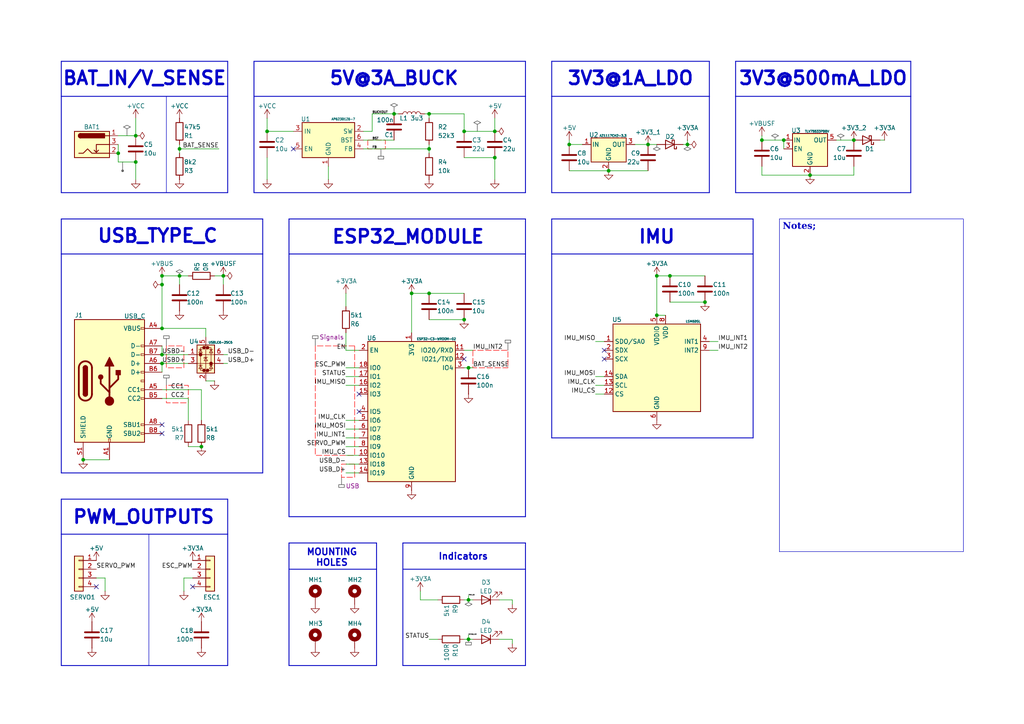
<source format=kicad_sch>
(kicad_sch (version 20250114) (generator "eeschema") (generator_version "9.0")
  (paper "A4")
  (title_block (title "Schematic") (date "2025-12-11") (rev "A") (company "MaD_RaNgA"))
  (lib_symbols
    (symbol "Connector:Barrel_Jack_Switch" (pin_names (hide yes))
      (property "Reference" "J" (at 0 5.334 0))
      (property "Value" "Barrel_Jack_Switch" (at 0 -5.08 0))
      (symbol "Barrel_Jack_Switch_1_1"
        (pin passive line (at 7.62 2.54 180) (length 2.54) (name "~") (number "1"))
        (pin passive line (at 7.62 0 180) (length 2.54) (name "~") (number "3"))
        (pin passive line (at 7.62 -2.54 180) (length 2.54) (name "~") (number "2"))
      )
    )
    (symbol "Connector:USB_C_Receptacle_USB2.0_16P" (pin_names (offset 1.016))
      (property "Reference" "J1" (at 0 22.86 0))
      (property "Value" "USB_C_Receptacle_USB2.0_16P" (at 0 20.32 0))
      (symbol "USB_C_Receptacle_USB2.0_16P_1_1"
        (pin passive line (at -7.62 -22.86 90) (length 5.08) (name "SHIELD") (number "S1"))
        (pin passive line (at 0 -22.86 90) (length 5.08) (name "GND") (number "A1"))
        (pin passive line (at 0 -22.86 90) (length 5.08) (hide yes) (name "GND") (number "A12"))
        (pin passive line (at 0 -22.86 90) (length 5.08) (hide yes) (name "GND") (number "B1"))
        (pin passive line (at 0 -22.86 90) (length 5.08) (hide yes) (name "GND") (number "B12"))
        (pin passive line (at 15.24 15.24 180) (length 5.08) (name "VBUS") (number "A4"))
        (pin passive line (at 15.24 15.24 180) (length 5.08) (hide yes) (name "VBUS") (number "A9"))
        (pin passive line (at 15.24 15.24 180) (length 5.08) (hide yes) (name "VBUS") (number "B4"))
        (pin passive line (at 15.24 15.24 180) (length 5.08) (hide yes) (name "VBUS") (number "B9"))
        (pin bidirectional line (at 15.24 10.16 180) (length 5.08) (name "D-") (number "A7"))
        (pin bidirectional line (at 15.24 7.62 180) (length 5.08) (name "D-") (number "B7"))
        (pin bidirectional line (at 15.24 5.08 180) (length 5.08) (name "D+") (number "A6"))
        (pin bidirectional line (at 15.24 2.54 180) (length 5.08) (name "D+") (number "B6"))
        (pin bidirectional line (at 15.24 -2.54 180) (length 5.08) (name "CC1") (number "A5"))
        (pin bidirectional line (at 15.24 -5.08 180) (length 5.08) (name "CC2") (number "B5"))
        (pin bidirectional line (at 15.24 -12.7 180) (length 5.08) (name "SBU1") (number "A8"))
        (pin bidirectional line (at 15.24 -15.24 180) (length 5.08) (name "SBU2") (number "B8"))
      )
    )
    (symbol "Connector_Generic:Conn_01x04" (pin_names (offset 1.016) (hide yes))
      (property "Reference" "J" (at 0 5.08 0))
      (property "Value" "Conn_01x04" (at 0 -7.62 0))
      (symbol "Conn_01x04_1_1"
        (pin passive line (at -5.08 2.54 0) (length 3.81) (name "Pin_1") (number "1"))
        (pin passive line (at -5.08 0 0) (length 3.81) (name "Pin_2") (number "2"))
        (pin passive line (at -5.08 -2.54 0) (length 3.81) (name "Pin_3") (number "3"))
        (pin passive line (at -5.08 -5.08 0) (length 3.81) (name "Pin_4") (number "4"))
      )
    )
    (symbol "Device:C" (pin_numbers (hide yes)) (pin_names (offset 0.254))
      (property "Reference" "C" (at 0.635 2.54 0))
      (property "Value" "C" (at 0.635 -2.54 0))
      (symbol "C_1_1"
        (pin passive line (at 0 3.81 270) (length 2.794) (name "~") (number "1"))
        (pin passive line (at 0 -3.81 90) (length 2.794) (name "~") (number "2"))
      )
    )
    (symbol "Device:L" (pin_numbers (hide yes)) (pin_names (offset 1.016) (hide yes))
      (property "Reference" "L" (at -1.27 0 90))
      (property "Value" "L" (at 1.905 0 90))
      (symbol "L_1_1"
        (pin passive line (at 0 3.81 270) (length 1.27) (name "1") (number "1"))
        (pin passive line (at 0 -3.81 90) (length 1.27) (name "2") (number "2"))
      )
    )
    (symbol "Device:LED" (pin_numbers (hide yes)) (pin_names (offset 1.016) (hide yes))
      (property "Reference" "D" (at 0 2.54 0))
      (property "Value" "LED" (at 0 -2.54 0))
      (symbol "LED_1_1"
        (pin passive line (at -3.81 0 0) (length 2.54) (name "K") (number "1"))
        (pin passive line (at 3.81 0 180) (length 2.54) (name "A") (number "2"))
      )
    )
    (symbol "Device:R" (pin_numbers (hide yes)) (pin_names (offset 0))
      (property "Reference" "R" (at 2.032 0 90))
      (property "Value" "R" (at 0 0 90))
      (symbol "R_1_1"
        (pin passive line (at 0 3.81 270) (length 1.27) (name "~") (number "1"))
        (pin passive line (at 0 -3.81 90) (length 1.27) (name "~") (number "2"))
      )
    )
    (symbol "Diode:CDBU40-HF" (pin_numbers (hide yes)) (pin_names (hide yes))
      (property "Reference" "D" (at 0 2.54 0))
      (property "Value" "CDBU40-HF" (at 0 -2.54 0))
      (symbol "CDBU40-HF_1_1"
        (pin passive line (at -3.81 0 0) (length 2.54) (name "K") (number "1"))
        (pin passive line (at 3.81 0 180) (length 2.54) (name "A") (number "2"))
      )
    )
    (symbol "Mechanical:MountingHole_Pad" (pin_numbers (hide yes)) (pin_names (offset 1.016) (hide yes)) (in_bom no)
      (property "Reference" "H" (at 0 6.35 0))
      (property "Value" "MountingHole_Pad" (at 0 4.445 0))
      (symbol "MountingHole_Pad_1_1"
        (pin input line (at 0 -2.54 90) (length 2.54) (name "1") (number "1"))
      )
    )
    (symbol "Power_Protection:USBLC6-2SC6" (pin_names (hide yes))
      (property "Reference" "U" (at 0.635 5.715 0))
      (property "Value" "USBLC6-2SC6" (at 0.635 3.81 0))
      (symbol "USBLC6-2SC6_1_1"
        (pin passive line (at -5.08 0 0) (length 2.54) (name "I/O1") (number "1"))
        (pin passive line (at -5.08 -2.54 0) (length 2.54) (name "I/O2") (number "3"))
        (pin passive line (at 0 5.08 270) (length 2.54) (name "VBUS") (number "5"))
        (pin passive line (at 0 -7.62 90) (length 2.54) (name "GND") (number "2"))
        (pin passive line (at 5.08 0 180) (length 2.54) (name "I/O1") (number "6"))
        (pin passive line (at 5.08 -2.54 180) (length 2.54) (name "I/O2") (number "4"))
      )
    )
    (symbol "RF_Module:ESP32-C3-WROOM-02"
      (property "Reference" "U1" (at -12.954 21.336 0))
      (property "Value" "ESP32-C3-WROOM-02" (at 2.286 21.59 0))
      (symbol "ESP32-C3-WROOM-02_1_1"
        (pin input line (at -15.24 17.78 0) (length 2.54) (name "EN") (number "2"))
        (pin bidirectional line (at -15.24 12.7 0) (length 2.54) (name "IO0") (number "18"))
        (pin bidirectional line (at -15.24 10.16 0) (length 2.54) (name "IO1") (number "17"))
        (pin bidirectional line (at -15.24 7.62 0) (length 2.54) (name "IO2") (number "16"))
        (pin bidirectional line (at -15.24 5.08 0) (length 2.54) (name "IO3") (number "15"))
        (pin bidirectional line (at -15.24 0 0) (length 2.54) (name "IO5") (number "4"))
        (pin bidirectional line (at -15.24 -2.54 0) (length 2.54) (name "IO6") (number "5"))
        (pin bidirectional line (at -15.24 -5.08 0) (length 2.54) (name "IO7") (number "6"))
        (pin bidirectional line (at -15.24 -7.62 0) (length 2.54) (name "IO8") (number "7"))
        (pin bidirectional line (at -15.24 -10.16 0) (length 2.54) (name "IO9") (number "8"))
        (pin bidirectional line (at -15.24 -12.7 0) (length 2.54) (name "IO10") (number "10"))
        (pin bidirectional line (at -15.24 -15.24 0) (length 2.54) (name "IO18") (number "13"))
        (pin bidirectional line (at -15.24 -17.78 0) (length 2.54) (name "IO19") (number "14"))
        (pin power_in line (at 0 22.86 270) (length 2.54) (name "3V3") (number "1"))
        (pin passive line (at 0 -22.86 90) (length 2.54) (hide yes) (name "GND") (number "19"))
        (pin power_in line (at 0 -22.86 90) (length 2.54) (name "GND") (number "9"))
        (pin bidirectional line (at 15.24 17.78 180) (length 2.54) (name "IO20/RXD") (number "11"))
        (pin bidirectional line (at 15.24 15.24 180) (length 2.54) (name "IO21/TXD") (number "12"))
        (pin bidirectional line (at 15.24 12.7 180) (length 2.54) (name "IO4") (number "3"))
      )
    )
    (symbol "Regulator_Linear:AZ1117CH2-3.3" (pin_names (offset 0.254))
      (property "Reference" "U" (at -3.81 3.556 0))
      (property "Value" "AZ1117CH2-3.3" (at 0 3.556 0))
      (symbol "AZ1117CH2-3.3_1_1"
        (pin power_in line (at -7.62 0 0) (length 2.54) (name "IN") (number "1"))
        (pin power_in line (at 0 -7.62 90) (length 2.54) (name "GND") (number "2"))
        (pin power_out line (at 7.62 0 180) (length 2.54) (name "OUT") (number "3"))
      )
    )
    (symbol "Regulator_Linear:TLV75533PDBV" (pin_names (offset 0.254))
      (property "Reference" "U" (at -3.81 5.715 0))
      (property "Value" "TLV75533PDBV" (at 0 5.715 0))
      (symbol "TLV75533PDBV_1_1"
        (pin power_in line (at -7.62 2.54 0) (length 2.54) (name "IN") (number "1"))
        (pin input line (at -7.62 0 0) (length 2.54) (name "EN") (number "3"))
        (pin power_in line (at 0 -7.62 90) (length 2.54) (name "GND") (number "2"))
        (pin no_connect line (at 5.08 0 180) (length 2.54) (hide yes) (name "NC") (number "4"))
        (pin power_out line (at 7.62 2.54 180) (length 2.54) (name "OUT") (number "5"))
      )
    )
    (symbol "Regulator_Switching:AP62301WU"
      (property "Reference" "U" (at -7.62 6.35 0))
      (property "Value" "AP62301WU" (at 2.54 6.35 0))
      (symbol "AP62301WU_1_1"
        (pin power_in line (at -10.16 2.54 0) (length 2.54) (name "IN") (number "3"))
        (pin passive line (at -10.16 -2.54 0) (length 2.54) (name "EN") (number "5"))
        (pin power_in line (at 0 -7.62 90) (length 2.54) (name "GND") (number "1"))
        (pin output line (at 10.16 2.54 180) (length 2.54) (name "SW") (number "2"))
        (pin passive line (at 10.16 0 180) (length 2.54) (name "BST") (number "6"))
        (pin input line (at 10.16 -2.54 180) (length 2.54) (name "FB") (number "4"))
      )
    )
    (symbol "Sensor_Motion:LSM6DSL"
      (property "Reference" "U" (at -11.43 15.24 0))
      (property "Value" "LSM6DSL" (at -11.43 12.7 0))
      (symbol "LSM6DSL_1_1"
        (pin bidirectional line (at -15.24 7.62 0) (length 2.54) (name "SDO/SA0") (number "1"))
        (pin bidirectional line (at -15.24 5.08 0) (length 2.54) (name "SDX") (number "2"))
        (pin input line (at -15.24 2.54 0) (length 2.54) (name "SCX") (number "3"))
        (pin bidirectional line (at -15.24 -2.54 0) (length 2.54) (name "SDA") (number "14"))
        (pin input line (at -15.24 -5.08 0) (length 2.54) (name "SCL") (number "13"))
        (pin input line (at -15.24 -7.62 0) (length 2.54) (name "CS") (number "12"))
        (pin power_in line (at 0 15.24 270) (length 2.54) (name "VDDIO") (number "5"))
        (pin power_in line (at 0 -15.24 90) (length 2.54) (name "GND") (number "6"))
        (pin passive line (at 0 -15.24 90) (length 2.54) (hide yes) (name "GND") (number "7"))
        (pin power_in line (at 2.54 15.24 270) (length 2.54) (name "VDD") (number "8"))
        (pin no_connect line (at 12.7 -2.54 180) (length 3.81) (hide yes) (name "NC") (number "11"))
        (pin no_connect line (at 12.7 -5.08 180) (length 3.81) (hide yes) (name "NC") (number "10"))
        (pin output line (at 15.24 7.62 180) (length 2.54) (name "INT1") (number "4"))
        (pin output line (at 15.24 5.08 180) (length 2.54) (name "INT2") (number "9"))
      )
    )
    (symbol "power:+3V3" (power) (pin_numbers (hide yes)) (pin_names (offset 0) (hide yes))
      (property "Value" "+3V3" (at 0 3.556 0))
      (symbol "+3V3_1_1"
        (pin power_in line (at 0 0 90) (length 0) (name "~") (number "1"))
      )
    )
    (symbol "power:+5V" (power) (pin_numbers (hide yes)) (pin_names (offset 0) (hide yes))
      (property "Value" "+5V" (at 0 3.556 0))
      (symbol "+5V_1_1"
        (pin power_in line (at 0 0 90) (length 0) (name "~") (number "1"))
      )
    )
    (symbol "power:GND" (power) (pin_numbers (hide yes)) (pin_names (offset 0) (hide yes))
      (property "Value" "GND" (at 0 -3.81 0))
      (symbol "GND_1_1"
        (pin power_in line (at 0 0 270) (length 0) (name "~") (number "1"))
      )
    )
    (symbol "power:PWR_FLAG" (power) (pin_numbers (hide yes)) (pin_names (offset 0) (hide yes))
      (property "Value" "PWR_FLAG" (at 0 3.81 0))
      (symbol "PWR_FLAG_0_0"
        (pin power_out line (at 0 0 90) (length 0) (name "~") (number "1"))
      )
    )
    (symbol "power:VBUS" (power) (pin_numbers (hide yes)) (pin_names (offset 0) (hide yes))
      (property "Value" "VBUS" (at 0 3.556 0))
      (symbol "VBUS_1_1"
        (pin power_in line (at 0 0 90) (length 0) (name "~") (number "1"))
      )
    )
    (symbol "power:VCC" (power) (pin_numbers (hide yes)) (pin_names (offset 0) (hide yes))
      (property "Value" "VCC" (at 0 3.556 0))
      (symbol "VCC_1_1"
        (pin power_in line (at 0 0 90) (length 0) (name "~") (number "1"))
      )
    )
  )
  (text "USB_TYPE_C" (at 45.72 68.58 0) (effects (font (size 3.81 3.81) (thickness 0.762) (bold yes))))
  (text "3V3@1A_LDO" (at 182.88 22.86 0) (effects (font (size 3.81 3.81) (thickness 0.762) (bold yes))))
  (text "5V@3A_BUCK" (at 114.3 22.86 0) (effects (font (size 3.81 3.81) (thickness 0.762) (bold yes))))
  (text "BAT_IN/V_SENSE" (at 41.91 22.86 0) (effects (font (size 3.81 3.81) (thickness 0.762) (bold yes))))
  (text "IMU" (at 190.5 68.834 0) (effects (font (size 3.81 3.81) (thickness 0.762) (bold yes))))
  (text "3V3@500mA_LDO" (at 238.76 22.86 0) (effects (font (size 3.81 3.81) (thickness 0.762) (bold yes))))
  (text "PWM_OUTPUTS" (at 41.656 150.114 0) (effects (font (size 3.81 3.81) (thickness 0.762) (bold yes))))
  (text "MOUNTING\nHOLES" (at 96.266 161.798 0) (effects (font (size 1.905 1.905) (thickness 0.381) (bold yes))))
  (text "Indicators" (at 134.366 161.544 0) (effects (font (size 1.905 1.905) (thickness 0.381) (bold yes))))
  (text "ESP32_MODULE" (at 118.364 68.834 0) (effects (font (size 3.81 3.81) (thickness 0.762) (bold yes))))
  (text_box "Notes;" (at 226.06 63.5 0) (size 53.34 96.52) (margins 0.9525 0.9525 0.9525 0.9525) (fill (type color) (color 255 255 255 1)) (effects (font (size 1.905 1.905) (bold yes)) (justify left top)))
  (junction (at 234.95 50.8))
  (junction (at 204.47 87.63))
  (junction (at 39.37 39.37))
  (junction (at 46.99 80.01))
  (junction (at 34.29 44.45))
  (junction (at 227.33 40.64))
  (junction (at 135.89 173.99))
  (junction (at 46.99 105.41))
  (junction (at 194.31 80.01))
  (junction (at 143.51 45.72))
  (junction (at 190.5 91.44))
  (junction (at 46.99 82.55))
  (junction (at 52.07 43.18))
  (junction (at 134.62 92.71))
  (junction (at 124.46 43.18))
  (junction (at 176.53 49.53))
  (junction (at 114.3 33.02))
  (junction (at 24.13 133.35))
  (junction (at 64.77 80.01))
  (junction (at 46.99 95.25))
  (junction (at 124.46 33.02))
  (junction (at 46.99 102.87))
  (junction (at 199.39 41.91))
  (junction (at 134.62 38.1))
  (junction (at 135.89 185.42))
  (junction (at 39.37 46.99))
  (junction (at 124.46 85.09))
  (junction (at 247.65 40.64))
  (junction (at 187.96 41.91))
  (junction (at 77.47 38.1))
  (junction (at 190.5 80.01))
  (junction (at 119.38 85.09))
  (junction (at 165.1 41.91))
  (junction (at 143.51 38.1))
  (junction (at 220.98 40.64))
  (junction (at 58.42 129.54))
  (junction (at 135.89 106.68))
  (junction (at 52.07 80.01))
  (no_connect (at 46.99 125.73))
  (no_connect (at 104.14 119.38))
  (no_connect (at 55.88 170.18))
  (no_connect (at 85.09 43.18))
  (no_connect (at 134.62 104.14))
  (no_connect (at 175.26 104.14))
  (no_connect (at 104.14 114.3))
  (no_connect (at 175.26 101.6))
  (no_connect (at 46.99 123.19))
  (no_connect (at 27.94 170.18))
  (wire (pts (xy 77.47 38.1) (xy 85.09 38.1)))
  (wire (pts (xy 46.99 82.55) (xy 46.99 80.01)))
  (polyline (pts (xy 73.66 27.94) (xy 152.4 27.94)) (stroke (width 0.254) (type solid)))
  (wire (pts (xy 105.41 38.1) (xy 107.95 38.1)))
  (wire (pts (xy 46.99 105.41) (xy 46.99 107.95)))
  (wire (pts (xy 39.37 52.07) (xy 39.37 46.99)))
  (wire (pts (xy 134.62 185.42) (xy 135.89 185.42)))
  (wire (pts (xy 100.33 137.16) (xy 104.14 137.16)))
  (wire (pts (xy 105.41 40.64) (xy 114.3 40.64)))
  (wire (pts (xy 187.96 41.91) (xy 190.5 41.91)))
  (wire (pts (xy 54.61 129.54) (xy 58.42 129.54)))
  (polyline (pts (xy 160.02 27.94) (xy 205.74 27.94)) (stroke (width 0.254) (type solid)))
  (polyline (pts (xy 83.82 149.86) (xy 83.82 73.66)) (stroke (width 0.254) (type solid)))
  (wire (pts (xy 190.5 91.44) (xy 190.5 80.01)))
  (polyline (pts (xy 116.84 193.04) (xy 116.84 157.48)) (stroke (width 0.254) (type solid)))
  (polyline (pts (xy 83.82 73.66) (xy 83.82 63.5)) (stroke (width 0.254) (type solid)))
  (wire (pts (xy 100.33 121.92) (xy 104.14 121.92)))
  (polyline (pts (xy 83.82 73.66) (xy 152.4 73.66)) (stroke (width 0.254) (type solid)))
  (wire (pts (xy 27.94 167.64) (xy 30.48 167.64)))
  (wire (pts (xy 64.77 102.87) (xy 66.04 102.87)))
  (polyline (pts (xy 213.36 55.88) (xy 213.36 27.94)) (stroke (width 0.254) (type solid)))
  (wire (pts (xy 247.65 50.8) (xy 234.95 50.8)))
  (polyline (pts (xy 152.4 73.66) (xy 152.4 149.86)) (stroke (width 0.254) (type solid)))
  (wire (pts (xy 100.33 111.76) (xy 104.14 111.76)))
  (wire (pts (xy 137.16 106.68) (xy 135.89 106.68)))
  (wire (pts (xy 165.1 40.64) (xy 165.1 41.91)))
  (polyline (pts (xy 17.78 154.94) (xy 17.78 144.78)) (stroke (width 0.254) (type solid)))
  (wire (pts (xy 220.98 50.8) (xy 234.95 50.8)))
  (wire (pts (xy 100.33 101.6) (xy 104.14 101.6)))
  (polyline (pts (xy 152.4 55.88) (xy 152.4 27.94)) (stroke (width 0.254) (type solid)))
  (polyline (pts (xy 17.78 55.88) (xy 66.04 55.88)) (stroke (width 0.254) (type solid)))
  (polyline (pts (xy 205.74 17.78) (xy 205.74 27.94)) (stroke (width 0.254) (type solid)))
  (wire (pts (xy 172.72 114.3) (xy 175.26 114.3)))
  (wire (pts (xy 143.51 38.1) (xy 134.62 38.1)))
  (wire (pts (xy 24.13 133.35) (xy 31.75 133.35)))
  (polyline (pts (xy 160.02 55.88) (xy 205.74 55.88)) (stroke (width 0.254) (type solid)))
  (wire (pts (xy 64.77 105.41) (xy 66.04 105.41)))
  (polyline (pts (xy 116.84 157.48) (xy 152.4 157.48)) (stroke (width 0.254) (type solid)))
  (wire (pts (xy 242.57 40.64) (xy 247.65 40.64)))
  (wire (pts (xy 34.29 41.91) (xy 34.29 44.45)))
  (polyline (pts (xy 17.78 73.66) (xy 76.2 73.66)) (stroke (width 0.254) (type solid)))
  (wire (pts (xy 52.07 80.01) (xy 54.61 80.01)))
  (polyline (pts (xy 213.36 27.94) (xy 264.16 27.94)) (stroke (width 0.254) (type solid)))
  (wire (pts (xy 58.42 113.03) (xy 58.42 121.92)))
  (polyline (pts (xy 264.16 27.94) (xy 264.16 55.88)) (stroke (width 0.254) (type solid)))
  (wire (pts (xy 193.04 91.44) (xy 190.5 91.44)))
  (polyline (pts (xy 17.78 73.66) (xy 17.78 63.5)) (stroke (width 0.254) (type solid)))
  (polyline (pts (xy 83.82 165.1) (xy 83.82 157.48)) (stroke (width 0.254) (type solid)))
  (wire (pts (xy 46.99 100.33) (xy 46.99 102.87)))
  (polyline (pts (xy 83.82 157.48) (xy 109.22 157.48)) (stroke (width 0.254) (type solid)))
  (polyline (pts (xy 43.18 154.94) (xy 43.18 193.04)) (stroke (width 0) (type solid)))
  (wire (pts (xy 100.33 96.52) (xy 100.33 101.6)))
  (polyline (pts (xy 17.78 193.04) (xy 66.04 193.04)) (stroke (width 0.254) (type solid)))
  (wire (pts (xy 144.78 185.42) (xy 148.59 185.42)))
  (wire (pts (xy 100.33 106.68) (xy 104.14 106.68)))
  (wire (pts (xy 135.89 173.99) (xy 137.16 173.99)))
  (polyline (pts (xy 17.78 154.94) (xy 17.78 193.04)) (stroke (width 0.254) (type solid)))
  (polyline (pts (xy 116.84 165.1) (xy 152.4 165.1)) (stroke (width 0.254) (type solid)))
  (wire (pts (xy 100.33 127) (xy 104.14 127)))
  (wire (pts (xy 194.31 87.63) (xy 204.47 87.63)))
  (wire (pts (xy 124.46 43.18) (xy 124.46 44.45)))
  (wire (pts (xy 52.07 41.91) (xy 52.07 43.18)))
  (polyline (pts (xy 160.02 127) (xy 218.44 127)) (stroke (width 0.254) (type solid)))
  (wire (pts (xy 46.99 102.87) (xy 54.61 102.87)))
  (polyline (pts (xy 160.02 73.66) (xy 160.02 63.5)) (stroke (width 0.254) (type solid)))
  (polyline (pts (xy 213.36 17.78) (xy 264.16 17.78)) (stroke (width 0.254) (type solid)))
  (wire (pts (xy 55.88 167.64) (xy 53.34 167.64)))
  (wire (pts (xy 124.46 33.02) (xy 124.46 34.29)))
  (wire (pts (xy 46.99 95.25) (xy 46.99 82.55)))
  (polyline (pts (xy 66.04 27.94) (xy 17.78 27.94)) (stroke (width 0.254) (type solid)))
  (wire (pts (xy 205.74 101.6) (xy 208.28 101.6)))
  (wire (pts (xy 247.65 48.26) (xy 247.65 50.8)))
  (wire (pts (xy 220.98 39.37) (xy 220.98 40.64)))
  (polyline (pts (xy 160.02 27.94) (xy 160.02 17.78)) (stroke (width 0.254) (type solid)))
  (wire (pts (xy 100.33 129.54) (xy 104.14 129.54)))
  (polyline (pts (xy 66.04 144.78) (xy 66.04 154.94)) (stroke (width 0.254) (type solid)))
  (wire (pts (xy 144.78 173.99) (xy 148.59 173.99)))
  (polyline (pts (xy 218.44 63.5) (xy 218.44 73.66)) (stroke (width 0.254) (type solid)))
  (wire (pts (xy 165.1 49.53) (xy 176.53 49.53)))
  (wire (pts (xy 52.07 80.01) (xy 52.07 82.55)))
  (wire (pts (xy 107.95 33.02) (xy 114.3 33.02)))
  (polyline (pts (xy 73.66 17.78) (xy 152.4 17.78)) (stroke (width 0.254) (type solid)))
  (polyline (pts (xy 116.84 193.04) (xy 152.4 193.04)) (stroke (width 0.254) (type solid)))
  (wire (pts (xy 134.62 101.6) (xy 137.16 101.6)))
  (wire (pts (xy 134.62 173.99) (xy 135.89 173.99)))
  (polyline (pts (xy 109.22 193.04) (xy 109.22 165.1)) (stroke (width 0.254) (type solid)))
  (wire (pts (xy 194.31 80.01) (xy 204.47 80.01)))
  (wire (pts (xy 135.89 185.42) (xy 137.16 185.42)))
  (wire (pts (xy 220.98 48.26) (xy 220.98 50.8)))
  (wire (pts (xy 172.72 109.22) (xy 175.26 109.22)))
  (polyline (pts (xy 17.78 27.94) (xy 17.78 55.88)) (stroke (width 0.254) (type solid)))
  (polyline (pts (xy 17.78 137.16) (xy 76.2 137.16)) (stroke (width 0.254) (type solid)))
  (polyline (pts (xy 160.02 73.66) (xy 160.02 127)) (stroke (width 0.254) (type solid)))
  (wire (pts (xy 124.46 41.91) (xy 124.46 43.18)))
  (wire (pts (xy 62.23 80.01) (xy 64.77 80.01)))
  (wire (pts (xy 255.27 40.64) (xy 256.54 40.64)))
  (wire (pts (xy 59.69 95.25) (xy 46.99 95.25)))
  (polyline (pts (xy 17.78 73.66) (xy 17.78 137.16)) (stroke (width 0.254) (type solid)))
  (wire (pts (xy 46.99 80.01) (xy 52.07 80.01)))
  (wire (pts (xy 105.41 43.18) (xy 124.46 43.18)))
  (wire (pts (xy 46.99 115.57) (xy 54.61 115.57)))
  (wire (pts (xy 143.51 34.29) (xy 143.51 38.1)))
  (wire (pts (xy 119.38 85.09) (xy 124.46 85.09)))
  (wire (pts (xy 123.19 33.02) (xy 124.46 33.02)))
  (polyline (pts (xy 66.04 154.94) (xy 17.78 154.94)) (stroke (width 0.254) (type solid)))
  (polyline (pts (xy 152.4 63.5) (xy 152.4 73.66)) (stroke (width 0.254) (type solid)))
  (wire (pts (xy 227.33 43.18) (xy 227.33 40.64)))
  (polyline (pts (xy 160.02 55.88) (xy 160.02 27.94)) (stroke (width 0.254) (type solid)))
  (polyline (pts (xy 205.74 27.94) (xy 205.74 55.88)) (stroke (width 0.254) (type solid)))
  (polyline (pts (xy 83.82 63.5) (xy 152.4 63.5)) (stroke (width 0.254) (type solid)))
  (wire (pts (xy 107.95 38.1) (xy 107.95 33.02)))
  (polyline (pts (xy 160.02 63.5) (xy 218.44 63.5)) (stroke (width 0.254) (type solid)))
  (wire (pts (xy 77.47 52.07) (xy 77.47 45.72)))
  (wire (pts (xy 124.46 85.09) (xy 134.62 85.09)))
  (wire (pts (xy 100.33 132.08) (xy 104.14 132.08)))
  (polyline (pts (xy 83.82 165.1) (xy 83.82 193.04)) (stroke (width 0.254) (type solid)))
  (polyline (pts (xy 17.78 144.78) (xy 66.04 144.78)) (stroke (width 0.254) (type solid)))
  (polyline (pts (xy 73.66 27.94) (xy 73.66 55.88)) (stroke (width 0.254) (type solid)))
  (wire (pts (xy 100.33 134.62) (xy 104.14 134.62)))
  (polyline (pts (xy 152.4 17.78) (xy 152.4 27.94)) (stroke (width 0.254) (type solid)))
  (polyline (pts (xy 73.66 55.88) (xy 152.4 55.88)) (stroke (width 0.254) (type solid)))
  (wire (pts (xy 121.92 171.45) (xy 121.92 173.99)))
  (polyline (pts (xy 17.78 17.78) (xy 66.04 17.78)) (stroke (width 0.254) (type solid)))
  (wire (pts (xy 227.33 40.64) (xy 220.98 40.64)))
  (polyline (pts (xy 76.2 137.16) (xy 76.2 73.66)) (stroke (width 0.254) (type solid)))
  (wire (pts (xy 205.74 99.06) (xy 208.28 99.06)))
  (polyline (pts (xy 213.36 27.94) (xy 213.36 17.78)) (stroke (width 0.254) (type solid)))
  (polyline (pts (xy 83.82 149.86) (xy 152.4 149.86)) (stroke (width 0.254) (type solid)))
  (wire (pts (xy 54.61 115.57) (xy 54.61 121.92)))
  (wire (pts (xy 172.72 99.06) (xy 175.26 99.06)))
  (wire (pts (xy 143.51 52.07) (xy 143.51 45.72)))
  (wire (pts (xy 34.29 39.37) (xy 39.37 39.37)))
  (wire (pts (xy 135.89 172.72) (xy 135.89 173.99)))
  (wire (pts (xy 134.62 33.02) (xy 134.62 38.1)))
  (polyline (pts (xy 48.26 27.94) (xy 48.26 55.88)) (stroke (width 0) (type solid)))
  (wire (pts (xy 53.34 167.64) (xy 53.34 171.45)))
  (wire (pts (xy 100.33 85.09) (xy 100.33 88.9)))
  (polyline (pts (xy 17.78 63.5) (xy 76.2 63.5)) (stroke (width 0.254) (type solid)))
  (wire (pts (xy 64.77 80.01) (xy 64.77 82.55)))
  (wire (pts (xy 59.69 97.79) (xy 59.69 95.25)))
  (wire (pts (xy 119.38 85.09) (xy 119.38 96.52)))
  (wire (pts (xy 121.92 173.99) (xy 127 173.99)))
  (polyline (pts (xy 109.22 157.48) (xy 109.22 165.1)) (stroke (width 0.254) (type solid)))
  (wire (pts (xy 135.89 184.15) (xy 135.89 185.42)))
  (polyline (pts (xy 66.04 55.88) (xy 66.04 27.94)) (stroke (width 0.254) (type solid)))
  (polyline (pts (xy 73.66 27.94) (xy 73.66 17.78)) (stroke (width 0.254) (type solid)))
  (wire (pts (xy 124.46 92.71) (xy 134.62 92.71)))
  (wire (pts (xy 59.69 110.49) (xy 62.23 110.49)))
  (polyline (pts (xy 264.16 17.78) (xy 264.16 27.94)) (stroke (width 0.254) (type solid)))
  (wire (pts (xy 34.29 46.99) (xy 39.37 46.99)))
  (wire (pts (xy 172.72 111.76) (xy 175.26 111.76)))
  (wire (pts (xy 63.5 43.18) (xy 52.07 43.18)))
  (polyline (pts (xy 218.44 127) (xy 218.44 73.66)) (stroke (width 0.254) (type solid)))
  (wire (pts (xy 165.1 41.91) (xy 168.91 41.91)))
  (polyline (pts (xy 83.82 193.04) (xy 109.22 193.04)) (stroke (width 0.254) (type solid)))
  (polyline (pts (xy 160.02 17.78) (xy 205.74 17.78)) (stroke (width 0.254) (type solid)))
  (wire (pts (xy 30.48 167.64) (xy 30.48 171.45)))
  (polyline (pts (xy 17.78 27.94) (xy 17.78 17.78)) (stroke (width 0.254) (type solid)))
  (wire (pts (xy 114.3 33.02) (xy 115.57 33.02)))
  (wire (pts (xy 100.33 124.46) (xy 104.14 124.46)))
  (wire (pts (xy 95.25 52.07) (xy 95.25 48.26)))
  (polyline (pts (xy 66.04 193.04) (xy 66.04 154.94)) (stroke (width 0.254) (type solid)))
  (wire (pts (xy 176.53 49.53) (xy 187.96 49.53)))
  (wire (pts (xy 100.33 109.22) (xy 104.14 109.22)))
  (wire (pts (xy 52.07 43.18) (xy 52.07 44.45)))
  (polyline (pts (xy 66.04 17.78) (xy 66.04 27.94)) (stroke (width 0.254) (type solid)))
  (wire (pts (xy 124.46 185.42) (xy 127 185.42)))
  (wire (pts (xy 46.99 105.41) (xy 54.61 105.41)))
  (wire (pts (xy 46.99 113.03) (xy 58.42 113.03)))
  (polyline (pts (xy 152.4 157.48) (xy 152.4 193.04)) (stroke (width 0.254) (type solid)))
  (wire (pts (xy 199.39 41.91) (xy 199.39 40.64)))
  (wire (pts (xy 198.12 41.91) (xy 199.39 41.91)))
  (wire (pts (xy 134.62 106.68) (xy 135.89 106.68)))
  (wire (pts (xy 148.59 173.99) (xy 148.59 175.26)))
  (polyline (pts (xy 213.36 55.88) (xy 264.16 55.88)) (stroke (width 0.254) (type solid)))
  (wire (pts (xy 184.15 41.91) (xy 187.96 41.91)))
  (wire (pts (xy 190.5 80.01) (xy 194.31 80.01)))
  (wire (pts (xy 39.37 34.29) (xy 39.37 39.37)))
  (wire (pts (xy 134.62 45.72) (xy 143.51 45.72)))
  (polyline (pts (xy 218.44 73.66) (xy 160.02 73.66)) (stroke (width 0.254) (type solid)))
  (wire (pts (xy 124.46 33.02) (xy 134.62 33.02)))
  (wire (pts (xy 34.29 44.45) (xy 34.29 46.99)))
  (polyline (pts (xy 76.2 63.5) (xy 76.2 73.66)) (stroke (width 0.254) (type solid)))
  (wire (pts (xy 148.59 185.42) (xy 148.59 186.69)))
  (wire (pts (xy 77.47 34.29) (xy 77.47 38.1)))
  (polyline (pts (xy 83.82 165.1) (xy 109.22 165.1)) (stroke (width 0.254) (type solid)))
  (label "BUCKOUT" (at 107.95 33.02 0) (effects (font (size 0.635 0.635))))
  (label "EN" (at 100.33 101.6 180))
  (label "IMU_MISO" (at 100.33 111.76 180))
  (label "IMU_INT2" (at 208.28 101.6 0))
  (label "STATUS" (at 124.46 185.42 180))
  (label "BAT_SENSE" (at 63.5 43.18 180))
  (label "USB_D-" (at 66.04 102.87 0))
  (label "CC2" (at 49.53 115.57 0))
  (label "ESC_PWM" (at 55.88 165.1 180))
  (label "IMU_MOSI" (at 100.33 124.46 180))
  (label "USB_D+" (at 100.33 137.16 180))
  (label "IMU_INT1" (at 100.33 127 180))
  (label "USBD+" (at 46.99 105.41 0))
  (label "IMU_CLK" (at 172.72 111.76 180))
  (label "IMU_MISO" (at 172.72 99.06 180))
  (label "USB_D+" (at 66.04 105.41 0))
  (label "BAT_SENSE" (at 137.16 106.68 0))
  (label "USB_D-" (at 100.33 134.62 180))
  (label "CC1" (at 49.53 113.03 0))
  (label "ESC_PWM" (at 100.33 106.68 180))
  (label "IMU_CS" (at 100.33 132.08 180))
  (label "BST" (at 107.95 40.64 0) (effects (font (size 0.635 0.635))))
  (label "SERVO_PWM" (at 100.33 129.54 180))
  (label "STATUS" (at 100.33 109.22 180))
  (label "FB" (at 107.95 43.18 0) (effects (font (size 0.635 0.635))))
  (label "PWR_LED" (at 135.89 172.72 0) (effects (font (size 0.254 0.254))))
  (label "IMU_INT2" (at 137.16 101.6 0))
  (label "IMU_CLK" (at 100.33 121.92 180))
  (label "IMU_INT1" (at 208.28 99.06 0))
  (label "SERVO_PWM" (at 27.94 165.1 0))
  (label "IMU_MOSI" (at 172.72 109.22 180))
  (label "IMU_CS" (at 172.72 114.3 180))
  (label "STATUS_LED" (at 135.89 184.15 0) (effects (font (size 0.254 0.254))))
  (label "USBD-" (at 46.99 102.87 0))
  (rule_area (polyline (pts (xy 102.87 134.62) (xy 99.06 134.62) (xy 99.06 138.43) (xy 102.87 138.43)) (stroke (width 0) (type dash))))
  (rule_area (polyline (pts (xy 102.87 100.33) (xy 91.44 100.33) (xy 91.44 132.08) (xy 102.87 132.08)) (stroke (width 0) (type dash))))
  (rule_area (polyline (pts (xy 48.26 111.76) (xy 48.26 116.84) (xy 54.61 116.84) (xy 54.61 111.76)) (stroke (width 0) (type dash))))
  (rule_area (polyline (pts (xy 48.26 100.33) (xy 48.26 106.68) (xy 53.34 106.68) (xy 53.34 100.33)) (stroke (width 0) (type dash))))
  (rule_area (polyline (pts (xy 106.68 40.64) (xy 111.76 40.64) (xy 111.76 43.18) (xy 106.68 43.18)) (stroke (width 0) (type dash))))
  (rule_area (polyline (pts (xy 137.16 101.6) (xy 137.16 106.68) (xy 147.32 106.68) (xy 147.32 101.6)) (stroke (width 0) (type dash))))
  (netclass_flag "" (length 2.54) (shape rectangle) (at 91.44 100.33 0) (property "Netclass" "Signals" (at 92.6465 97.79 0) (effects (justify left))))
  (netclass_flag "" (length 1.27) (shape diamond) (at 199.39 41.91 180) (property "Netclass" "3V3" (effects (hide yes))))
  (netclass_flag "" (length 2.54) (shape dot) (at 35.56 46.99 180) (property "Netclass" "GND" (effects (hide yes))))
  (netclass_flag "" (length 2.54) (shape rectangle) (at 110.49 43.18 180) (property "Netclass" "Signals" (effects (hide yes))))
  (netclass_flag "" (length 2.54) (shape rectangle) (at 147.32 101.6 0) (property "Netclass" "Signals" (effects (hide yes))))
  (netclass_flag "" (length 2.54) (shape rectangle) (at 99.06 138.43 180) (property "Netclass" "USB" (at 100.2665 140.97 0) (effects (justify left))))
  (netclass_flag "" (length 2.54) (shape diamond) (at 114.3 33.02 0) (property "Netclass" "High_Power" (effects (hide yes))))
  (netclass_flag "" (length 1.27) (shape diamond) (at 135.89 173.99 180) (property "Netclass" "3V3" (effects (hide yes))))
  (netclass_flag "" (length 1.27) (shape diamond) (at 224.79 40.64 0) (property "Netclass" "3V3" (effects (hide yes))))
  (netclass_flag "" (length 2.54) (shape rectangle) (at 48.26 111.76 0) (property "Netclass" "Signals" (effects (hide yes))))
  (netclass_flag "" (length 2.54) (shape diamond) (at 36.83 39.37 0) (property "Netclass" "High_Power" (effects (hide yes))))
  (netclass_flag "" (length 2.54) (shape rectangle) (at 48.26 100.33 0) (property "Netclass" "USB" (effects (hide yes))))
  (netclass_flag "" (length 1.27) (shape diamond) (at 52.07 80.01 0) (property "Netclass" "3V3" (effects (hide yes))))
  (netclass_flag "" (length 2.54) (shape diamond) (at 138.43 38.1 0) (property "Netclass" "High_Power" (effects (hide yes))))
  (netclass_flag "" (length 1.27) (shape rectangle) (at 135.89 185.42 180) (property "Netclass" "Signals" (effects (hide yes))))
  (netclass_flag "" (length 1.27) (shape diamond) (at 190.5 41.91 180) (property "Netclass" "3V3" (effects (hide yes))))
  (netclass_flag "" (length 1.27) (shape diamond) (at 243.84 40.64 0) (property "Netclass" "3V3" (effects (hide yes))))
  (symbol (lib_id "Device:C") (at 220.98 44.45 0) (unit 1)
    (property "Reference" "C6" (at 223.266 43.18 0) (effects (justify left)))
    (property "Value" "10u" (at 223.266 45.72 0) (effects (justify left)))
    (property "Footprint" "Capacitor_SMD:C_0603_1608Metric_Pad1.08x0.95mm_HandSolder" (effects (hide yes)))
    (property "Datasheet" "https://www.lcsc.com/datasheet/C596327.pdf" (effects (hide yes)))
    (property "Description" "Unpolarized capacitor" (effects (hide yes)))
    (property "Manufacturer" "YAGEO" (effects (hide yes)))
    (property "Manufacturer Part No." "CC0603MRX5R8BB106" (effects (hide yes)))
    (property "LCSC No." "C596327" (effects (hide yes)))
    (property "Mouser No." "603-CC0603MRX58BB106" (effects (hide yes)))
  )
  (symbol (lib_id "power:+5V") (at 26.67 180.34 0) (mirror y) (unit 1)
    (property "Reference" "#PWR040" (effects (hide yes)))
    (property "Value" "+5V" (at 26.67 176.784 0))
    (property "Description" "Power symbol creates a global label with name \"+5V\"" (effects (hide yes)))
  )
  (symbol (lib_id "power:GND") (at 53.34 171.45 0) (unit 1)
    (property "Reference" "#PWR037" (effects (hide yes)))
    (property "Value" "GND" (effects (hide yes)))
    (property "Description" "Power symbol creates a global label with name \"GND\" , ground" (effects (hide yes)))
  )
  (symbol (lib_id "power:VCC") (at 39.37 34.29 0) (unit 1)
    (property "Reference" "#PWR01" (effects (hide yes)))
    (property "Value" "+VCC" (at 39.37 30.734 0))
    (property "Description" "Power symbol creates a global label with name \"VCC\"" (effects (hide yes)))
  )
  (symbol (lib_id "power:GND") (at 91.44 187.96 0) (unit 1)
    (property "Reference" "#PWR044" (effects (hide yes)))
    (property "Value" "GND" (effects (hide yes)))
    (property "Description" "Power symbol creates a global label with name \"GND\" , ground" (effects (hide yes)))
  )
  (symbol (lib_id "power:PWR_FLAG") (at 143.51 38.1 270) (unit 1)
    (property "Reference" "#FLG03" (effects (hide yes)))
    (property "Value" "PWR_FLAG" (effects (hide yes)))
    (property "Description" "Special symbol for telling ERC where power comes from" (effects (hide yes)))
  )
  (symbol (lib_id "Device:R") (at 52.07 38.1 0) (mirror x) (unit 1)
    (property "Reference" "R1" (at 53.34 39.37 0) (effects (justify left)))
    (property "Value" "47k5" (at 53.34 36.83 0) (effects (justify left)))
    (property "Footprint" "Resistor_SMD:R_0603_1608Metric_Pad0.98x0.95mm_HandSolder" (effects (hide yes)))
    (property "Datasheet" "https://www.lcsc.com/datasheet/C137715.pdf" (effects (hide yes)))
    (property "Description" "Resistor" (effects (hide yes)))
    (property "Manufacturer" "YAGEO" (effects (hide yes)))
    (property "Manufacturer Part No." "RC0603FR-0747K5L" (effects (hide yes)))
    (property "LCSC No." "C137715" (effects (hide yes)))
    (property "Mouser No." "603-RC0603FR-0747K5L" (effects (hide yes)))
  )
  (symbol (lib_id "Device:R") (at 52.07 48.26 0) (mirror x) (unit 1)
    (property "Reference" "R3" (at 53.34 49.53 0) (effects (justify left)))
    (property "Value" "8k2" (at 53.34 46.99 0) (effects (justify left)))
    (property "Footprint" "Resistor_SMD:R_0603_1608Metric_Pad0.98x0.95mm_HandSolder" (effects (hide yes)))
    (property "Datasheet" "https://www.lcsc.com/datasheet/C114637.pdf" (effects (hide yes)))
    (property "Description" "Resistor" (effects (hide yes)))
    (property "Manufacturer" "YAGEO" (effects (hide yes)))
    (property "Manufacturer Part No." "RC0603FR-078K2L" (effects (hide yes)))
    (property "LCSC No." "C114637" (effects (hide yes)))
    (property "Mouser No." "603-RC0603FR-078K2L" (effects (hide yes)))
  )
  (symbol (lib_id "power:GND") (at 58.42 129.54 0) (unit 1)
    (property "Reference" "#PWR031" (effects (hide yes)))
    (property "Value" "GND" (effects (hide yes)))
    (property "Description" "Power symbol creates a global label with name \"GND\" , ground" (effects (hide yes)))
  )
  (symbol (lib_id "Device:C") (at 143.51 41.91 0) (unit 1)
    (property "Reference" "C4" (at 145.796 40.64 0) (effects (justify left)))
    (property "Value" "22u" (at 145.796 43.18 0) (effects (justify left)))
    (property "Footprint" "Capacitor_SMD:C_0603_1608Metric_Pad1.08x0.95mm_HandSolder" (effects (hide yes)))
    (property "Datasheet" "https://search.murata.co.jp/Ceramy/image/img/A01X/G101/ENG/GRM188R61A226ME15-02A.pdf" (effects (hide yes)))
    (property "Description" "Unpolarized capacitor" (effects (hide yes)))
    (property "Manufacturer" "muRata" (effects (hide yes)))
    (property "Manufacturer Part No." "GRM188R61A226ME15D" (effects (hide yes)))
    (property "LCSC No." "C84419" (effects (hide yes)))
    (property "Mouser No." "81-GRM188R61A226ME5D" (effects (hide yes)))
  )
  (symbol (lib_id "power:VBUS") (at 220.98 39.37 0) (unit 1)
    (property "Reference" "#PWR05" (effects (hide yes)))
    (property "Value" "+VBUSF" (at 220.98 35.814 0))
    (property "Description" "Power symbol creates a global label with name \"VBUS\"" (effects (hide yes)))
  )
  (symbol (lib_id "power:+3V3") (at 119.38 85.09 0) (unit 1)
    (property "Reference" "#PWR023" (effects (hide yes)))
    (property "Value" "+3V3A" (at 119.38 81.534 0))
    (property "Description" "Power symbol creates a global label with name \"+3V3\"" (effects (hide yes)))
  )
  (symbol (lib_id "Mechanical:MountingHole_Pad") (at 102.87 185.42 0) (unit 1) (in_bom no)
    (property "Reference" "MH4" (at 100.838 180.848 0) (effects (justify left)))
    (property "Value" "MountingHole_Pad" (effects (hide yes)))
    (property "Footprint" "MountingHole:MountingHole_2.2mm_M2_Pad_Via" (effects (hide yes)))
    (property "Description" "Mounting Hole with connection" (effects (hide yes)))
  )
  (symbol (lib_id "Device:C") (at 52.07 86.36 0) (unit 1)
    (property "Reference" "C12" (at 54.102 85.09 0) (effects (justify left)))
    (property "Value" "100n" (at 54.102 87.63 0) (effects (justify left)))
    (property "Footprint" "Capacitor_SMD:C_0603_1608Metric_Pad1.08x0.95mm_HandSolder" (effects (hide yes)))
    (property "Datasheet" "https://www.lcsc.com/datasheet/C91183.pdf" (effects (hide yes)))
    (property "Description" "Unpolarized capacitor" (effects (hide yes)))
    (property "Manufacturer" "YAGEO" (effects (hide yes)))
    (property "Manufacturer Part No." "CC0603JRX7R9BB104" (effects (hide yes)))
    (property "LCSC No." "C91183" (effects (hide yes)))
    (property "Mouser No." "603-CC603JRX7R9BB104" (effects (hide yes)))
  )
  (symbol (lib_id "power:GND") (at 190.5 121.92 0) (unit 1)
    (property "Reference" "#PWR030" (effects (hide yes)))
    (property "Value" "GND" (effects (hide yes)))
    (property "Description" "Power symbol creates a global label with name \"GND\" , ground" (effects (hide yes)))
  )
  (symbol (lib_id "power:VBUS") (at 46.99 80.01 0) (unit 1)
    (property "Reference" "#PWR019" (effects (hide yes)))
    (property "Value" "+VBUS" (at 46.99 76.454 0))
    (property "Description" "Power symbol creates a global label with name \"VBUS\"" (effects (hide yes)))
  )
  (symbol (lib_id "power:+3V3") (at 100.33 85.09 0) (unit 1)
    (property "Reference" "#PWR022" (effects (hide yes)))
    (property "Value" "+3V3A" (at 100.33 81.534 0))
    (property "Description" "Power symbol creates a global label with name \"+3V3\"" (effects (hide yes)))
  )
  (symbol (lib_id "power:+3V3") (at 256.54 40.64 0) (unit 1)
    (property "Reference" "#PWR09" (effects (hide yes)))
    (property "Value" "+3V3A" (at 256.54 37.084 0))
    (property "Description" "Power symbol creates a global label with name \"+3V3\"" (effects (hide yes)))
  )
  (symbol (lib_id "Device:R") (at 130.81 173.99 270) (unit 1)
    (property "Reference" "R9" (at 132.08 175.26 0) (effects (justify left)))
    (property "Value" "5k1" (at 129.54 175.26 0) (effects (justify left)))
    (property "Footprint" "Resistor_SMD:R_0603_1608Metric_Pad0.98x0.95mm_HandSolder" (effects (hide yes)))
    (property "Datasheet" "https://www.lcsc.com/datasheet/C105580.pdf" (effects (hide yes)))
    (property "Description" "Resistor" (effects (hide yes)))
    (property "Manufacturer" "YAGEO" (effects (hide yes)))
    (property "Manufacturer Part No." "RC0603FR-075K1L" (effects (hide yes)))
    (property "LCSC No." "C105580" (effects (hide yes)))
    (property "Mouser No." "603-RC0603FR-075K1L" (effects (hide yes)))
  )
  (symbol (lib_id "Device:C") (at 58.42 184.15 0) (mirror y) (unit 1)
    (property "Reference" "C18" (at 56.134 182.88 0) (effects (justify left)))
    (property "Value" "100n" (at 56.134 185.42 0) (effects (justify left)))
    (property "Footprint" "Capacitor_SMD:C_0603_1608Metric_Pad1.08x0.95mm_HandSolder" (effects (hide yes)))
    (property "Datasheet" "https://www.lcsc.com/datasheet/C91183.pdf" (effects (hide yes)))
    (property "Description" "Unpolarized capacitor" (effects (hide yes)))
    (property "Manufacturer" "YAGEO" (effects (hide yes)))
    (property "Manufacturer Part No." "CC0603JRX7R9BB104" (effects (hide yes)))
    (property "LCSC No." "C91183" (effects (hide yes)))
    (property "Mouser No." "603-CC603JRX7R9BB104" (effects (hide yes)))
  )
  (symbol (lib_id "power:GND") (at 58.42 187.96 0) (unit 1)
    (property "Reference" "#PWR043" (effects (hide yes)))
    (property "Value" "GND" (effects (hide yes)))
    (property "Description" "Power symbol creates a global label with name \"GND\" , ground" (effects (hide yes)))
  )
  (symbol (lib_id "power:GND") (at 95.25 52.07 0) (unit 1)
    (property "Reference" "#PWR016" (effects (hide yes)))
    (property "Value" "GND" (effects (hide yes)))
    (property "Description" "Power symbol creates a global label with name \"GND\" , ground" (effects (hide yes)))
  )
  (symbol (lib_id "power:+3V3") (at 247.65 40.64 0) (unit 1)
    (property "Reference" "#PWR08" (effects (hide yes)))
    (property "Value" "+3V3_2" (at 247.65 37.084 0))
    (property "Description" "Power symbol creates a global label with name \"+3V3\"" (effects (hide yes)))
  )
  (symbol (lib_id "Device:C") (at 26.67 184.15 0) (unit 1)
    (property "Reference" "C17" (at 28.956 182.88 0) (effects (justify left)))
    (property "Value" "10u" (at 28.956 185.42 0) (effects (justify left)))
    (property "Footprint" "Capacitor_SMD:C_0603_1608Metric_Pad1.08x0.95mm_HandSolder" (effects (hide yes)))
    (property "Datasheet" "https://www.lcsc.com/datasheet/C596327.pdf" (effects (hide yes)))
    (property "Description" "Unpolarized capacitor" (effects (hide yes)))
    (property "Manufacturer" "YAGEO" (effects (hide yes)))
    (property "Manufacturer Part No." "CC0603MRX5R8BB106" (effects (hide yes)))
    (property "LCSC No." "C596327" (effects (hide yes)))
    (property "Mouser No." "603-CC0603MRX58BB106" (effects (hide yes)))
  )
  (symbol (lib_id "power:GND") (at 91.44 175.26 0) (unit 1)
    (property "Reference" "#PWR038" (effects (hide yes)))
    (property "Value" "GND" (effects (hide yes)))
    (property "Description" "Power symbol creates a global label with name \"GND\" , ground" (effects (hide yes)))
  )
  (symbol (lib_id "Device:R") (at 100.33 92.71 0) (mirror x) (unit 1)
    (property "Reference" "R6" (at 101.6 93.98 0) (effects (justify left)))
    (property "Value" "5k1" (at 101.6 91.44 0) (effects (justify left)))
    (property "Footprint" "Resistor_SMD:R_0603_1608Metric_Pad0.98x0.95mm_HandSolder" (effects (hide yes)))
    (property "Datasheet" "https://www.lcsc.com/datasheet/C105580.pdf" (effects (hide yes)))
    (property "Description" "Resistor" (effects (hide yes)))
    (property "Manufacturer" "YAGEO" (effects (hide yes)))
    (property "Manufacturer Part No." "RC0603FR-075K1L" (effects (hide yes)))
    (property "LCSC No." "C105580" (effects (hide yes)))
    (property "Mouser No." "603-RC0603FR-075K1L" (effects (hide yes)))
  )
  (symbol (lib_id "power:+5V") (at 143.51 34.29 0) (unit 1)
    (property "Reference" "#PWR04" (effects (hide yes)))
    (property "Value" "+5V" (at 143.51 30.734 0))
    (property "Description" "Power symbol creates a global label with name \"+5V\"" (effects (hide yes)))
  )
  (symbol (lib_id "power:+3V3") (at 55.88 162.56 0) (unit 1)
    (property "Reference" "#PWR035" (effects (hide yes)))
    (property "Value" "+3V3A" (at 55.88 159.004 0))
    (property "Description" "Power symbol creates a global label with name \"+3V3\"" (effects (hide yes)))
  )
  (symbol (lib_id "Sensor_Motion:LSM6DSL") (at 190.5 106.68 0) (unit 1)
    (property "Reference" "U5" (at 177.546 92.71 0) (effects (justify left)))
    (property "Value" "LSM6DSL" (at 198.882 93.218 0) (effects (font (size 0.635 0.635)) (justify left)))
    (property "Footprint" "Package_LGA:LGA-14_3x2.5mm_P0.5mm_LayoutBorder3x4y" (effects (hide yes)))
    (property "Datasheet" "https://www.st.com/resource/en/datasheet/lsm6dsl.pdf" (effects (hide yes)))
    (property "Description" "I2C/SPI, iNEMO inertial module: always-on 3D accelerometer and 3D gyroscope, 1.71V to 3.6V VCC" (effects (hide yes)))
    (property "Manufacturer" "STMicroelectronics " (effects (hide yes)))
    (property "Manufacturer Part No." "LSM6DSLTR" (effects (hide yes)))
    (property "LCSC No." "C126672" (effects (hide yes)))
    (property "Mouser No." "511-LSM6DSLTR" (effects (hide yes)))
  )
  (symbol (lib_id "Device:C") (at 77.47 41.91 0) (unit 1)
    (property "Reference" "C2" (at 79.756 40.64 0) (effects (justify left)))
    (property "Value" "10u" (at 79.756 43.18 0) (effects (justify left)))
    (property "Footprint" "Capacitor_SMD:C_0603_1608Metric_Pad1.08x0.95mm_HandSolder" (effects (hide yes)))
    (property "Datasheet" "https://www.lcsc.com/datasheet/C596327.pdf" (effects (hide yes)))
    (property "Description" "Unpolarized capacitor" (effects (hide yes)))
    (property "Manufacturer" "YAGEO" (effects (hide yes)))
    (property "Manufacturer Part No." "CC0603MRX5R8BB106" (effects (hide yes)))
    (property "LCSC No." "C596327" (effects (hide yes)))
    (property "Mouser No." "603-CC0603MRX58BB106" (effects (hide yes)))
  )
  (symbol (lib_id "power:GND") (at 62.23 110.49 0) (unit 1)
    (property "Reference" "#PWR028" (effects (hide yes)))
    (property "Value" "GND" (effects (hide yes)))
    (property "Description" "Power symbol creates a global label with name \"GND\" , ground" (effects (hide yes)))
  )
  (symbol (lib_id "power:VBUS") (at 64.77 80.01 0) (unit 1)
    (property "Reference" "#PWR020" (effects (hide yes)))
    (property "Value" "+VBUSF" (at 64.77 76.454 0))
    (property "Description" "Power symbol creates a global label with name \"VBUS\"" (effects (hide yes)))
  )
  (symbol (lib_id "power:GND") (at 52.07 90.17 0) (unit 1)
    (property "Reference" "#PWR025" (effects (hide yes)))
    (property "Value" "GND" (effects (hide yes)))
    (property "Description" "Power symbol creates a global label with name \"GND\" , ground" (effects (hide yes)))
  )
  (symbol (lib_id "power:GND") (at 134.62 92.71 0) (unit 1)
    (property "Reference" "#PWR027" (effects (hide yes)))
    (property "Value" "GND" (effects (hide yes)))
    (property "Description" "Power symbol creates a global label with name \"GND\" , ground" (effects (hide yes)))
  )
  (symbol (lib_id "Regulator_Switching:AP62301WU") (at 95.25 40.64 0) (unit 1)
    (property "Reference" "U1" (at 88.646 34.544 0))
    (property "Value" "AP62301Z6-7" (at 99.568 34.544 0) (effects (font (size 0.635 0.635))))
    (property "Footprint" "Package_TO_SOT_SMD:TSOT-23-6" (effects (hide yes)))
    (property "Datasheet" "https://www.diodes.com/assets/Datasheets/AP62300_AP62301_AP62300T.pdf" (effects (hide yes)))
    (property "Description" "3A, 750kHz Buck DC/DC Converter, 4.2V-18V input voltage, 0.8V-7V adjustable output voltage, TSOT-23-6" (effects (hide yes)))
    (property "Manufacturer" "Diodes Incorporated" (effects (hide yes)))
    (property "Manufacturer Part No." "AP62301Z6-7" (effects (hide yes)))
    (property "LCSC No." "C1880992" (effects (hide yes)))
    (property "Mouser No." "21-AP62301Z6-7" (effects (hide yes)))
  )
  (symbol (lib_id "Device:C") (at 194.31 83.82 0) (unit 1)
    (property "Reference" "C10" (at 196.596 82.55 0) (effects (justify left)))
    (property "Value" "100n" (at 196.596 85.09 0) (effects (justify left)))
    (property "Footprint" "Capacitor_SMD:C_0603_1608Metric_Pad1.08x0.95mm_HandSolder" (effects (hide yes)))
    (property "Datasheet" "https://www.lcsc.com/datasheet/C91183.pdf" (effects (hide yes)))
    (property "Description" "Unpolarized capacitor" (effects (hide yes)))
    (property "Manufacturer" "YAGEO" (effects (hide yes)))
    (property "Manufacturer Part No." "CC0603JRX7R9BB104" (effects (hide yes)))
    (property "LCSC No." "C91183" (effects (hide yes)))
    (property "Mouser No." "603-CC603JRX7R9BB104" (effects (hide yes)))
  )
  (symbol (lib_id "Connector:Barrel_Jack_Switch") (at 26.67 41.91 0) (unit 1)
    (property "Reference" "BAT1" (at 26.67 36.83 0))
    (property "Value" "Barrel_Jack_Switch" (effects (hide yes)))
    (property "Footprint" "Connector_BarrelJack:BarrelJack_GCT_DCJ200-10-A_Horizontal" (effects (hide yes)))
    (property "Datasheet" "https://www.lcsc.com/datasheet/C5280493.pdf" (effects (hide yes)))
    (property "Description" "DC Barrel Jack with an internal switch" (effects (hide yes)))
    (property "Manufacturer" "GCT" (effects (hide yes)))
    (property "Manufacturer Part No." "DCJ200-10-A-K1-K" (effects (hide yes)))
    (property "LCSC No." "C5280493" (effects (hide yes)))
    (property "Mouser No." "640-DCJ200-10-A-K1-K" (effects (hide yes)))
  )
  (symbol (lib_id "power:PWR_FLAG") (at 64.77 80.01 270) (unit 1)
    (property "Reference" "#FLG05" (effects (hide yes)))
    (property "Value" "PWR_FLAG" (effects (hide yes)))
    (property "Description" "Special symbol for telling ERC where power comes from" (effects (hide yes)))
  )
  (symbol (lib_id "Diode:CDBU40-HF") (at 251.46 40.64 180) (unit 1)
    (property "Reference" "D1" (at 252.222 43.18 0))
    (property "Value" "CDBU70-HF" (effects (hide yes)))
    (property "Footprint" "Diode_SMD:D_0603_1608Metric" (effects (hide yes)))
    (property "Datasheet" "https://www.comchiptech.com/admin/files/product/QW-G1012-CDBU40-HF-RevA321692.pdf" (effects (hide yes)))
    (property "Description" "40V 200mA Schottky Barrier Rectifier Diode, 0603" (effects (hide yes)))
    (property "Manufacturer" "Comchip Technology" (effects (hide yes)))
    (property "Manufacturer Part No." "CDBU70-HF" (effects (hide yes)))
    (property "LCSC No." "C3313120" (effects (hide yes)))
    (property "Mouser No." "750-CDBU70-HF" (effects (hide yes)))
  )
  (symbol (lib_id "power:GND") (at 102.87 187.96 0) (unit 1)
    (property "Reference" "#PWR045" (effects (hide yes)))
    (property "Value" "GND" (effects (hide yes)))
    (property "Description" "Power symbol creates a global label with name \"GND\" , ground" (effects (hide yes)))
  )
  (symbol (lib_id "power:GND") (at 77.47 52.07 0) (unit 1)
    (property "Reference" "#PWR015" (effects (hide yes)))
    (property "Value" "GND" (effects (hide yes)))
    (property "Description" "Power symbol creates a global label with name \"GND\" , ground" (effects (hide yes)))
  )
  (symbol (lib_id "power:GND") (at 64.77 90.17 0) (unit 1)
    (property "Reference" "#PWR026" (effects (hide yes)))
    (property "Value" "GND" (effects (hide yes)))
    (property "Description" "Power symbol creates a global label with name \"GND\" , ground" (effects (hide yes)))
  )
  (symbol (lib_id "Device:C") (at 64.77 86.36 0) (unit 1)
    (property "Reference" "C13" (at 66.802 85.09 0) (effects (justify left)))
    (property "Value" "100n" (at 66.802 87.63 0) (effects (justify left)))
    (property "Footprint" "Capacitor_SMD:C_0603_1608Metric_Pad1.08x0.95mm_HandSolder" (effects (hide yes)))
    (property "Datasheet" "https://www.lcsc.com/datasheet/C91183.pdf" (effects (hide yes)))
    (property "Description" "Unpolarized capacitor" (effects (hide yes)))
    (property "Manufacturer" "YAGEO" (effects (hide yes)))
    (property "Manufacturer Part No." "CC0603JRX7R9BB104" (effects (hide yes)))
    (property "LCSC No." "C91183" (effects (hide yes)))
    (property "Mouser No." "603-CC603JRX7R9BB104" (effects (hide yes)))
  )
  (symbol (lib_id "Device:R") (at 54.61 125.73 180) (unit 1)
    (property "Reference" "R7" (at 53.34 127 0) (effects (justify left)))
    (property "Value" "5k1" (at 53.34 124.46 0) (effects (justify left)))
    (property "Footprint" "Resistor_SMD:R_0603_1608Metric_Pad0.98x0.95mm_HandSolder" (effects (hide yes)))
    (property "Datasheet" "https://www.lcsc.com/datasheet/C105580.pdf" (effects (hide yes)))
    (property "Description" "Resistor" (effects (hide yes)))
    (property "Manufacturer" "YAGEO" (effects (hide yes)))
    (property "Manufacturer Part No." "RC0603FR-075K1L" (effects (hide yes)))
    (property "LCSC No." "C105580" (effects (hide yes)))
    (property "Mouser No." "603-RC0603FR-075K1L" (effects (hide yes)))
  )
  (symbol (lib_id "Mechanical:MountingHole_Pad") (at 102.87 172.72 0) (unit 1) (in_bom no)
    (property "Reference" "MH2" (at 100.838 168.148 0) (effects (justify left)))
    (property "Value" "MountingHole_Pad" (effects (hide yes)))
    (property "Footprint" "MountingHole:MountingHole_2.2mm_M2_Pad_Via" (effects (hide yes)))
    (property "Description" "Mounting Hole with connection" (effects (hide yes)))
  )
  (symbol (lib_id "RF_Module:ESP32-C3-WROOM-02") (at 119.38 119.38 0) (unit 1)
    (property "Reference" "U6" (at 106.426 98.044 0) (effects (justify left)))
    (property "Value" "ESP32-C3-WROOM-02" (at 120.904 98.298 0) (effects (font (size 0.635 0.635)) (justify left)))
    (property "Footprint" "RF_Module:ESP32-C3-WROOM-02" (effects (hide yes)))
    (property "Datasheet" "https://www.espressif.com/sites/default/files/documentation/esp32-c3-wroom-02_datasheet_en.pdf" (effects (hide yes)))
    (property "Description" "802.11 b/g/n Wi­Fi and Bluetooth 5 module, ESP32­C3 SoC, RISC­V microprocessor, On-board antenna" (effects (hide yes)))
    (property "Manufacturer" "ESPRESSIF" (effects (hide yes)))
    (property "Manufacturer Part No." "ESP32-C3-WROOM-02-N4" (effects (hide yes)))
    (property "LCSC No." "C2934560" (effects (hide yes)))
    (property "Mouser No." "356-ESP32C3WROOM02N4" (effects (hide yes)))
  )
  (symbol (lib_id "power:GND") (at 119.38 142.24 0) (unit 1)
    (property "Reference" "#PWR033" (effects (hide yes)))
    (property "Value" "GND" (effects (hide yes)))
    (property "Description" "Power symbol creates a global label with name \"GND\" , ground" (effects (hide yes)))
  )
  (symbol (lib_id "power:GND") (at 52.07 52.07 0) (unit 1)
    (property "Reference" "#PWR014" (effects (hide yes)))
    (property "Value" "GND" (effects (hide yes)))
    (property "Description" "Power symbol creates a global label with name \"GND\" , ground" (effects (hide yes)))
  )
  (symbol (lib_id "Device:C") (at 165.1 45.72 0) (unit 1)
    (property "Reference" "C8" (at 167.386 44.45 0) (effects (justify left)))
    (property "Value" "10u" (at 167.386 46.99 0) (effects (justify left)))
    (property "Footprint" "Capacitor_SMD:C_0603_1608Metric_Pad1.08x0.95mm_HandSolder" (effects (hide yes)))
    (property "Datasheet" "https://www.lcsc.com/datasheet/C596327.pdf" (effects (hide yes)))
    (property "Description" "Unpolarized capacitor" (effects (hide yes)))
    (property "Manufacturer" "YAGEO" (effects (hide yes)))
    (property "Manufacturer Part No." "CC0603MRX5R8BB106" (effects (hide yes)))
    (property "LCSC No." "C596327" (effects (hide yes)))
    (property "Mouser No." "603-CC0603MRX58BB106" (effects (hide yes)))
  )
  (symbol (lib_id "power:GND") (at 102.87 175.26 0) (unit 1)
    (property "Reference" "#PWR039" (effects (hide yes)))
    (property "Value" "GND" (effects (hide yes)))
    (property "Description" "Power symbol creates a global label with name \"GND\" , ground" (effects (hide yes)))
  )
  (symbol (lib_id "Device:LED") (at 140.97 185.42 180) (unit 1)
    (property "Reference" "D4" (at 140.97 180.34 0))
    (property "Value" "LED" (at 140.97 182.88 0))
    (property "Footprint" "LED_SMD:LED_0603_1608Metric_Pad1.05x0.95mm_HandSolder" (effects (hide yes)))
    (property "Datasheet" "https://www.lcsc.com/datasheet/C51933292.pdf" (effects (hide yes)))
    (property "Description" "Light emitting diode" (effects (hide yes)))
    (property "Sim.Pins" "1=K 2=A" (effects (hide yes)))
    (property "Manufacturer" "Guiguang light" (effects (hide yes)))
    (property "Manufacturer Part No." "GL0603UR01" (effects (hide yes)))
    (property "LCSC No." "C51933292" (effects (hide yes)))
  )
  (symbol (lib_id "power:+5V") (at 27.94 162.56 0) (mirror y) (unit 1)
    (property "Reference" "#PWR034" (effects (hide yes)))
    (property "Value" "+5V" (at 27.94 159.004 0))
    (property "Description" "Power symbol creates a global label with name \"+5V\"" (effects (hide yes)))
  )
  (symbol (lib_id "power:+3V3") (at 199.39 40.64 0) (unit 1)
    (property "Reference" "#PWR07" (effects (hide yes)))
    (property "Value" "+3V3A" (at 199.39 37.084 0))
    (property "Description" "Power symbol creates a global label with name \"+3V3\"" (effects (hide yes)))
  )
  (symbol (lib_id "power:GND") (at 234.95 50.8 0) (unit 1)
    (property "Reference" "#PWR012" (effects (hide yes)))
    (property "Value" "GND" (effects (hide yes)))
    (property "Description" "Power symbol creates a global label with name \"GND\" , ground" (effects (hide yes)))
  )
  (symbol (lib_id "power:+3V3") (at 187.96 41.91 0) (unit 1)
    (property "Reference" "#PWR010" (effects (hide yes)))
    (property "Value" "+3V3_1" (at 187.96 38.354 0))
    (property "Description" "Power symbol creates a global label with name \"+3V3\"" (effects (hide yes)))
  )
  (symbol (lib_id "power:GND") (at 148.59 186.69 0) (unit 1)
    (property "Reference" "#PWR048" (effects (hide yes)))
    (property "Value" "GND" (effects (hide yes)))
    (property "Description" "Power symbol creates a global label with name \"GND\" , ground" (effects (hide yes)))
  )
  (symbol (lib_id "Mechanical:MountingHole_Pad") (at 91.44 185.42 0) (unit 1) (in_bom no)
    (property "Reference" "MH3" (at 89.408 180.848 0) (effects (justify left)))
    (property "Value" "MountingHole_Pad" (effects (hide yes)))
    (property "Footprint" "MountingHole:MountingHole_2.2mm_M2_Pad_Via" (effects (hide yes)))
    (property "Description" "Mounting Hole with connection" (effects (hide yes)))
  )
  (symbol (lib_id "power:GND") (at 124.46 52.07 0) (unit 1)
    (property "Reference" "#PWR017" (effects (hide yes)))
    (property "Value" "GND" (effects (hide yes)))
    (property "Description" "Power symbol creates a global label with name \"GND\" , ground" (effects (hide yes)))
  )
  (symbol (lib_id "Device:C") (at 187.96 45.72 0) (mirror y) (unit 1)
    (property "Reference" "C9" (at 185.674 44.45 0) (effects (justify left)))
    (property "Value" "22u" (at 185.674 46.99 0) (effects (justify left)))
    (property "Footprint" "Capacitor_SMD:C_0603_1608Metric_Pad1.08x0.95mm_HandSolder" (effects (hide yes)))
    (property "Datasheet" "https://search.murata.co.jp/Ceramy/image/img/A01X/G101/ENG/GRM188R61A226ME15-02A.pdf" (effects (hide yes)))
    (property "Description" "Unpolarized capacitor" (effects (hide yes)))
    (property "Manufacturer" "muRata" (effects (hide yes)))
    (property "Manufacturer Part No." "GRM188R61A226ME15D" (effects (hide yes)))
    (property "LCSC No." "C84419" (effects (hide yes)))
    (property "Mouser No." "81-GRM188R61A226ME5D" (effects (hide yes)))
  )
  (symbol (lib_id "power:GND") (at 30.48 171.45 0) (mirror y) (unit 1)
    (property "Reference" "#PWR036" (effects (hide yes)))
    (property "Value" "GND" (effects (hide yes)))
    (property "Description" "Power symbol creates a global label with name \"GND\" , ground" (effects (hide yes)))
  )
  (symbol (lib_id "Device:C") (at 135.89 110.49 0) (unit 1)
    (property "Reference" "C16" (at 138.176 109.22 0) (effects (justify left)))
    (property "Value" "100n" (at 138.176 111.76 0) (effects (justify left)))
    (property "Footprint" "Capacitor_SMD:C_0603_1608Metric_Pad1.08x0.95mm_HandSolder" (effects (hide yes)))
    (property "Datasheet" "https://www.lcsc.com/datasheet/C91183.pdf" (effects (hide yes)))
    (property "Description" "Unpolarized capacitor" (effects (hide yes)))
    (property "Manufacturer" "YAGEO" (effects (hide yes)))
    (property "Manufacturer Part No." "CC0603JRX7R9BB104" (effects (hide yes)))
    (property "LCSC No." "C91183" (effects (hide yes)))
    (property "Mouser No." "603-CC603JRX7R9BB104" (effects (hide yes)))
  )
  (symbol (lib_id "Device:C") (at 134.62 88.9 0) (unit 1)
    (property "Reference" "C15" (at 136.906 87.63 0) (effects (justify left)))
    (property "Value" "10u" (at 136.906 90.17 0) (effects (justify left)))
    (property "Footprint" "Capacitor_SMD:C_0603_1608Metric_Pad1.08x0.95mm_HandSolder" (effects (hide yes)))
    (property "Datasheet" "https://www.lcsc.com/datasheet/C596327.pdf" (effects (hide yes)))
    (property "Description" "Unpolarized capacitor" (effects (hide yes)))
    (property "Manufacturer" "YAGEO" (effects (hide yes)))
    (property "Manufacturer Part No." "CC0603MRX5R8BB106" (effects (hide yes)))
    (property "LCSC No." "C596327" (effects (hide yes)))
    (property "Mouser No." "603-CC0603MRX58BB106" (effects (hide yes)))
  )
  (symbol (lib_id "power:VCC") (at 52.07 34.29 0) (unit 1)
    (property "Reference" "#PWR02" (effects (hide yes)))
    (property "Value" "+VCC" (at 52.07 30.734 0))
    (property "Description" "Power symbol creates a global label with name \"VCC\"" (effects (hide yes)))
  )
  (symbol (lib_id "Regulator_Linear:AZ1117CH2-3.3") (at 176.53 41.91 0) (unit 1)
    (property "Reference" "U2" (at 172.212 39.116 0))
    (property "Value" "AZ1117CH2-3.3" (at 177.8 39.37 0) (effects (font (size 0.635 0.635))))
    (property "Footprint" "Package_TO_SOT_SMD:SOT-223-3_TabPin2" (effects (hide yes)))
    (property "Datasheet" "https://www.diodes.com/assets/Datasheets/AZ1117C.pdf" (effects (hide yes)))
    (property "Description" "1A Fixed 3.3V LDO Linear Regulator, 15V Max Input, SOT-223" (effects (hide yes)))
    (property "Manufacturer" " Diodes Incorporated" (effects (hide yes)))
    (property "Manufacturer Part No." "AZ1117CH2-3.3TRG1" (effects (hide yes)))
    (property "LCSC No." "C108492" (effects (hide yes)))
    (property "Mouser No." "621-AZ1117CH2-33TRG1" (effects (hide yes)))
  )
  (symbol (lib_id "Device:R") (at 124.46 38.1 0) (unit 1)
    (property "Reference" "R2" (at 127 36.8299 0) (effects (justify left)))
    (property "Value" "52k3" (at 127 39.3699 0) (effects (justify left)))
    (property "Footprint" "Resistor_SMD:R_0603_1608Metric_Pad0.98x0.95mm_HandSolder" (effects (hide yes)))
    (property "Datasheet" "https://www.lcsc.com/datasheet/C98220.pdf" (effects (hide yes)))
    (property "Description" "Resistor" (effects (hide yes)))
    (property "Manufacturer" "YAGEO" (effects (hide yes)))
    (property "Manufacturer Part No." "RC0603FR-0752K3L" (effects (hide yes)))
    (property "LCSC No." "C185323" (effects (hide yes)))
    (property "Mouser No." "603-RC0603FR-0752K3L " (effects (hide yes)))
  )
  (symbol (lib_id "power:GND") (at 26.67 187.96 0) (mirror y) (unit 1)
    (property "Reference" "#PWR042" (effects (hide yes)))
    (property "Value" "GND" (effects (hide yes)))
    (property "Description" "Power symbol creates a global label with name \"GND\" , ground" (effects (hide yes)))
  )
  (symbol (lib_id "Connector:USB_C_Receptacle_USB2.0_16P") (at 31.75 110.49 0) (unit 1)
    (property "Reference" "J1" (at 22.86 91.44 0))
    (property "Value" "USB_C" (at 39.116 91.694 0))
    (property "Footprint" "Connector_USB:USB_C_Receptacle_GCT_USB4105-xx-A_16P_TopMnt_Horizontal" (effects (hide yes)))
    (property "Datasheet" "https://www.usb.org/sites/default/files/documents/usb_type-c.zip" (effects (hide yes)))
    (property "Description" "USB 2.0-only 16P Type-C Receptacle connector" (effects (hide yes)))
    (property "Manufacturer" "GCT" (effects (hide yes)))
    (property "Manufacturer Part No." "USB4215-03-A" (effects (hide yes)))
    (property "LCSC No." "C37616412" (effects (hide yes)))
    (property "Mouser No." "640-USB4215-03-A" (effects (hide yes)))
  )
  (symbol (lib_id "Device:R") (at 58.42 80.01 90) (unit 1)
    (property "Reference" "R5" (at 57.15 78.74 0) (effects (justify left)))
    (property "Value" "0R" (at 59.69 78.74 0) (effects (justify left)))
    (property "Footprint" "Resistor_SMD:R_0603_1608Metric_Pad0.98x0.95mm_HandSolder" (effects (hide yes)))
    (property "Datasheet" "https://www.lcsc.com/datasheet/C95177.pdf" (effects (hide yes)))
    (property "Description" "Resistor" (effects (hide yes)))
    (property "Manufacturer" "YAGEO" (effects (hide yes)))
    (property "Manufacturer Part No." "RC0603JR-070RL" (effects (hide yes)))
    (property "LCSC No." "C95177" (effects (hide yes)))
    (property "Mouser No." "603-RC0603JR-070RL" (effects (hide yes)))
  )
  (symbol (lib_id "Device:LED") (at 140.97 173.99 180) (unit 1)
    (property "Reference" "D3" (at 140.97 168.91 0))
    (property "Value" "LED" (at 140.97 171.45 0))
    (property "Footprint" "LED_SMD:LED_0603_1608Metric_Pad1.05x0.95mm_HandSolder" (effects (hide yes)))
    (property "Datasheet" "https://www.lcsc.com/datasheet/C51933292.pdf" (effects (hide yes)))
    (property "Description" "Light emitting diode" (effects (hide yes)))
    (property "Sim.Pins" "1=K 2=A" (effects (hide yes)))
    (property "Manufacturer" "Guiguang light" (effects (hide yes)))
    (property "Manufacturer Part No." "GL0603UR01" (effects (hide yes)))
    (property "LCSC No." "C51933292" (effects (hide yes)))
  )
  (symbol (lib_id "power:+3V3") (at 190.5 80.01 0) (unit 1)
    (property "Reference" "#PWR021" (effects (hide yes)))
    (property "Value" "+3V3A" (at 190.5 76.454 0))
    (property "Description" "Power symbol creates a global label with name \"+3V3\"" (effects (hide yes)))
  )
  (symbol (lib_id "Device:C") (at 124.46 88.9 0) (unit 1)
    (property "Reference" "C14" (at 126.746 87.63 0) (effects (justify left)))
    (property "Value" "100n" (at 126.746 90.17 0) (effects (justify left)))
    (property "Footprint" "Capacitor_SMD:C_0603_1608Metric_Pad1.08x0.95mm_HandSolder" (effects (hide yes)))
    (property "Datasheet" "https://www.lcsc.com/datasheet/C91183.pdf" (effects (hide yes)))
    (property "Description" "Unpolarized capacitor" (effects (hide yes)))
    (property "Manufacturer" "YAGEO" (effects (hide yes)))
    (property "Manufacturer Part No." "CC0603JRX7R9BB104" (effects (hide yes)))
    (property "LCSC No." "C91183" (effects (hide yes)))
    (property "Mouser No." "603-CC603JRX7R9BB104" (effects (hide yes)))
  )
  (symbol (lib_id "Mechanical:MountingHole_Pad") (at 91.44 172.72 0) (unit 1) (in_bom no)
    (property "Reference" "MH1" (at 89.408 168.148 0) (effects (justify left)))
    (property "Value" "MountingHole_Pad" (effects (hide yes)))
    (property "Footprint" "MountingHole:MountingHole_2.2mm_M2_Pad_Via" (effects (hide yes)))
    (property "Description" "Mounting Hole with connection" (effects (hide yes)))
  )
  (symbol (lib_id "Device:C") (at 114.3 36.83 0) (mirror x) (unit 1)
    (property "Reference" "C1" (at 111.506 39.116 0) (effects (justify left)))
    (property "Value" "100n" (at 109.22 34.798 0) (effects (justify left)))
    (property "Footprint" "Capacitor_SMD:C_0603_1608Metric_Pad1.08x0.95mm_HandSolder" (effects (hide yes)))
    (property "Datasheet" "https://www.lcsc.com/datasheet/C91183.pdf" (effects (hide yes)))
    (property "Description" "Unpolarized capacitor" (effects (hide yes)))
    (property "Manufacturer" "YAGEO" (effects (hide yes)))
    (property "Manufacturer Part No." "CC0603JRX7R9BB104" (effects (hide yes)))
    (property "LCSC No." "C91183" (effects (hide yes)))
    (property "Mouser No." "603-CC603JRX7R9BB104" (effects (hide yes)))
  )
  (symbol (lib_id "power:+3V3") (at 121.92 171.45 0) (unit 1)
    (property "Reference" "#PWR046" (effects (hide yes)))
    (property "Value" "+3V3A" (at 121.92 167.894 0))
    (property "Description" "Power symbol creates a global label with name \"+3V3\"" (effects (hide yes)))
  )
  (symbol (lib_id "power:GND") (at 39.37 52.07 0) (unit 1)
    (property "Reference" "#PWR013" (effects (hide yes)))
    (property "Value" "GND" (effects (hide yes)))
    (property "Description" "Power symbol creates a global label with name \"GND\" , ground" (effects (hide yes)))
  )
  (symbol (lib_id "power:GND") (at 148.59 175.26 0) (unit 1)
    (property "Reference" "#PWR047" (effects (hide yes)))
    (property "Value" "GND" (effects (hide yes)))
    (property "Description" "Power symbol creates a global label with name \"GND\" , ground" (effects (hide yes)))
  )
  (symbol (lib_id "Device:C") (at 204.47 83.82 0) (unit 1)
    (property "Reference" "C11" (at 206.756 82.55 0) (effects (justify left)))
    (property "Value" "100n" (at 206.756 85.09 0) (effects (justify left)))
    (property "Footprint" "Capacitor_SMD:C_0603_1608Metric_Pad1.08x0.95mm_HandSolder" (effects (hide yes)))
    (property "Datasheet" "https://www.lcsc.com/datasheet/C91183.pdf" (effects (hide yes)))
    (property "Description" "Unpolarized capacitor" (effects (hide yes)))
    (property "Manufacturer" "YAGEO" (effects (hide yes)))
    (property "Manufacturer Part No." "CC0603JRX7R9BB104" (effects (hide yes)))
    (property "LCSC No." "C91183" (effects (hide yes)))
    (property "Mouser No." "603-CC603JRX7R9BB104" (effects (hide yes)))
  )
  (symbol (lib_id "power:GND") (at 204.47 87.63 0) (unit 1)
    (property "Reference" "#PWR024" (effects (hide yes)))
    (property "Value" "GND" (effects (hide yes)))
    (property "Description" "Power symbol creates a global label with name \"GND\" , ground" (effects (hide yes)))
  )
  (symbol (lib_id "power:VCC") (at 77.47 34.29 0) (unit 1)
    (property "Reference" "#PWR03" (effects (hide yes)))
    (property "Value" "+VCC" (at 77.47 30.734 0))
    (property "Description" "Power symbol creates a global label with name \"VCC\"" (effects (hide yes)))
  )
  (symbol (lib_id "power:GND") (at 176.53 49.53 0) (unit 1)
    (property "Reference" "#PWR011" (effects (hide yes)))
    (property "Value" "GND" (effects (hide yes)))
    (property "Description" "Power symbol creates a global label with name \"GND\" , ground" (effects (hide yes)))
  )
  (symbol (lib_id "power:PWR_FLAG") (at 39.37 39.37 270) (unit 1)
    (property "Reference" "#FLG01" (effects (hide yes)))
    (property "Value" "PWR_FLAG" (effects (hide yes)))
    (property "Description" "Special symbol for telling ERC where power comes from" (effects (hide yes)))
  )
  (symbol (lib_id "power:GND") (at 24.13 133.35 0) (unit 1)
    (property "Reference" "#PWR032" (effects (hide yes)))
    (property "Value" "GND" (effects (hide yes)))
    (property "Description" "Power symbol creates a global label with name \"GND\" , ground" (effects (hide yes)))
  )
  (symbol (lib_id "Device:C") (at 39.37 43.18 0) (unit 1)
    (property "Reference" "C5" (at 41.656 41.91 0) (effects (justify left)))
    (property "Value" "10u" (at 41.656 44.45 0) (effects (justify left)))
    (property "Footprint" "Capacitor_SMD:C_0603_1608Metric_Pad1.08x0.95mm_HandSolder" (effects (hide yes)))
    (property "Datasheet" "https://www.lcsc.com/datasheet/C596327.pdf" (effects (hide yes)))
    (property "Description" "Unpolarized capacitor" (effects (hide yes)))
    (property "Manufacturer" "YAGEO" (effects (hide yes)))
    (property "Manufacturer Part No." "CC0603MRX5R8BB106" (effects (hide yes)))
    (property "LCSC No." "C596327" (effects (hide yes)))
    (property "Mouser No." "603-CC0603MRX58BB106" (effects (hide yes)))
  )
  (symbol (lib_id "Device:C") (at 134.62 41.91 0) (unit 1)
    (property "Reference" "C3" (at 136.906 40.64 0) (effects (justify left)))
    (property "Value" "22u" (at 136.906 43.18 0) (effects (justify left)))
    (property "Footprint" "Capacitor_SMD:C_0603_1608Metric_Pad1.08x0.95mm_HandSolder" (effects (hide yes)))
    (property "Datasheet" "https://search.murata.co.jp/Ceramy/image/img/A01X/G101/ENG/GRM188R61A226ME15-02A.pdf" (effects (hide yes)))
    (property "Description" "Unpolarized capacitor" (effects (hide yes)))
    (property "Manufacturer" "muRata" (effects (hide yes)))
    (property "Manufacturer Part No." "GRM188R61A226ME15D" (effects (hide yes)))
    (property "LCSC No." "C84419" (effects (hide yes)))
    (property "Mouser No." "81-GRM188R61A226ME5D" (effects (hide yes)))
  )
  (symbol (lib_id "power:+3V3") (at 58.42 180.34 0) (unit 1)
    (property "Reference" "#PWR041" (effects (hide yes)))
    (property "Value" "+3V3A" (at 58.42 176.784 0))
    (property "Description" "Power symbol creates a global label with name \"+3V3\"" (effects (hide yes)))
  )
  (symbol (lib_id "Device:R") (at 124.46 48.26 0) (unit 1)
    (property "Reference" "R4" (at 127 46.9899 0) (effects (justify left)))
    (property "Value" "10k" (at 127 49.5299 0) (effects (justify left)))
    (property "Footprint" "Resistor_SMD:R_0603_1608Metric_Pad0.98x0.95mm_HandSolder" (effects (hide yes)))
    (property "Datasheet" "https://www.lcsc.com/datasheet/C98220.pdf" (effects (hide yes)))
    (property "Description" "Resistor" (effects (hide yes)))
    (property "Manufacturer" "YAGEO" (effects (hide yes)))
    (property "Manufacturer Part No." "RC0603FR-0710KL" (effects (hide yes)))
    (property "LCSC No." "C98220" (effects (hide yes)))
    (property "Mouser No." "603-RC0603FR-0710KL " (effects (hide yes)))
  )
  (symbol (lib_id "Device:C") (at 247.65 44.45 0) (mirror y) (unit 1)
    (property "Reference" "C7" (at 245.364 43.18 0) (effects (justify left)))
    (property "Value" "10u" (at 245.364 45.72 0) (effects (justify left)))
    (property "Footprint" "Capacitor_SMD:C_0603_1608Metric_Pad1.08x0.95mm_HandSolder" (effects (hide yes)))
    (property "Datasheet" "https://www.lcsc.com/datasheet/C596327.pdf" (effects (hide yes)))
    (property "Description" "Unpolarized capacitor" (effects (hide yes)))
    (property "Manufacturer" "YAGEO" (effects (hide yes)))
    (property "Manufacturer Part No." "CC0603MRX5R8BB106" (effects (hide yes)))
    (property "LCSC No." "C596327" (effects (hide yes)))
    (property "Mouser No." "603-CC0603MRX58BB106" (effects (hide yes)))
  )
  (symbol (lib_id "power:PWR_FLAG") (at 199.39 41.91 270) (unit 1)
    (property "Reference" "#FLG04" (effects (hide yes)))
    (property "Value" "PWR_FLAG" (effects (hide yes)))
    (property "Description" "Special symbol for telling ERC where power comes from" (effects (hide yes)))
  )
  (symbol (lib_id "power:GND") (at 143.51 52.07 0) (unit 1)
    (property "Reference" "#PWR018" (effects (hide yes)))
    (property "Value" "GND" (effects (hide yes)))
    (property "Description" "Power symbol creates a global label with name \"GND\" , ground" (effects (hide yes)))
  )
  (symbol (lib_id "Device:R") (at 130.81 185.42 270) (unit 1)
    (property "Reference" "R10" (at 132.08 186.69 0) (effects (justify left)))
    (property "Value" "100R" (at 129.54 186.69 0) (effects (justify left)))
    (property "Footprint" "Resistor_SMD:R_0603_1608Metric_Pad0.98x0.95mm_HandSolder" (effects (hide yes)))
    (property "Datasheet" "https://www.lcsc.com/datasheet/C105588.pdf" (effects (hide yes)))
    (property "Description" "Resistor" (effects (hide yes)))
    (property "Manufacturer" "YAGEO" (effects (hide yes)))
    (property "Manufacturer Part No." "RC0603FR-07100RL" (effects (hide yes)))
    (property "LCSC No." "C105588" (effects (hide yes)))
    (property "Mouser No." "603-RC0603FR-07100RL" (effects (hide yes)))
  )
  (symbol (lib_id "Diode:CDBU40-HF") (at 194.31 41.91 180) (unit 1)
    (property "Reference" "D2" (at 194.31 39.624 0))
    (property "Value" "CDBU70-HF" (effects (hide yes)))
    (property "Footprint" "Diode_SMD:D_0603_1608Metric" (effects (hide yes)))
    (property "Datasheet" "https://www.comchiptech.com/admin/files/product/QW-G1012-CDBU40-HF-RevA321692.pdf" (effects (hide yes)))
    (property "Description" "40V 200mA Schottky Barrier Rectifier Diode, 0603" (effects (hide yes)))
    (property "Manufacturer" "Comchip Technology" (effects (hide yes)))
    (property "Manufacturer Part No." "CDBU70-HF" (effects (hide yes)))
    (property "LCSC No." "C3313120" (effects (hide yes)))
    (property "Mouser No." "750-CDBU70-HF" (effects (hide yes)))
  )
  (symbol (lib_id "power:+5V") (at 165.1 40.64 0) (unit 1)
    (property "Reference" "#PWR06" (effects (hide yes)))
    (property "Value" "+5V" (at 165.1 37.084 0))
    (property "Description" "Power symbol creates a global label with name \"+5V\"" (effects (hide yes)))
  )
  (symbol (lib_id "power:PWR_FLAG") (at 46.99 82.55 90) (unit 1)
    (property "Reference" "#FLG02" (effects (hide yes)))
    (property "Value" "PWR_FLAG" (effects (hide yes)))
    (property "Description" "Special symbol for telling ERC where power comes from" (effects (hide yes)))
  )
  (symbol (lib_id "Connector_Generic:Conn_01x04") (at 60.96 165.1 0) (unit 1)
    (property "Reference" "ESC1" (at 58.928 173.228 0) (effects (justify left)))
    (property "Value" "Conn_01x04" (effects (hide yes)))
    (property "Footprint" "Connector_Molex:Molex_KK-254_AE-6410-04A_1x04_P2.54mm_Vertical" (effects (hide yes)))
    (property "Description" "Generic connector, single row, 01x04, script generated (kicad-library-utils/schlib/autogen/connector/)" (effects (hide yes)))
  )
  (symbol (lib_id "Connector_Generic:Conn_01x04") (at 22.86 165.1 0) (mirror y) (unit 1)
    (property "Reference" "SERVO1" (at 27.686 173.228 0) (effects (justify left)))
    (property "Value" "Conn_01x04" (effects (hide yes)))
    (property "Footprint" "Connector_Molex:Molex_KK-254_AE-6410-04A_1x04_P2.54mm_Vertical" (effects (hide yes)))
    (property "Description" "Generic connector, single row, 01x04, script generated (kicad-library-utils/schlib/autogen/connector/)" (effects (hide yes)))
  )
  (symbol (lib_id "power:GND") (at 135.89 114.3 0) (unit 1)
    (property "Reference" "#PWR029" (effects (hide yes)))
    (property "Value" "GND" (effects (hide yes)))
    (property "Description" "Power symbol creates a global label with name \"GND\" , ground" (effects (hide yes)))
  )
  (symbol (lib_id "Device:L") (at 119.38 33.02 90) (unit 1)
    (property "Reference" "L1" (at 117.094 34.29 90))
    (property "Value" "3u3" (at 120.904 34.29 90))
    (property "Footprint" "Inductor_SMD:L_1210_3225Metric_Pad1.42x2.65mm_HandSolder" (effects (hide yes)))
    (property "Datasheet" "https://www.lcsc.com/datasheet/C45354990.pdf" (effects (hide yes)))
    (property "Description" "Inductor" (effects (hide yes)))
    (property "Manufacturer" "XR" (effects (hide yes)))
    (property "Manufacturer Part No." "XRTC322520S3R3MBCA" (effects (hide yes)))
    (property "LCSC No." "C45354990" (effects (hide yes)))
  )
  (symbol (lib_id "Regulator_Linear:TLV75533PDBV") (at 234.95 43.18 0) (unit 1)
    (property "Reference" "U3" (at 230.886 37.846 0))
    (property "Value" "TLV75533PDBV" (at 236.982 38.1 0) (effects (font (size 0.635 0.635))))
    (property "Footprint" "Package_TO_SOT_SMD:SOT-23-5" (effects (hide yes)))
    (property "Datasheet" "http://www.ti.com/lit/ds/symlink/tlv755p.pdf" (effects (hide yes)))
    (property "Description" "500mA Low Dropout Voltage Regulator, Fixed Output 3.3V, SOT-23-5" (effects (hide yes)))
    (property "Manufacturer" "Texas Instruments" (effects (hide yes)))
    (property "Manufacturer Part No." "TLV75533PDBVR" (effects (hide yes)))
    (property "LCSC No." "C404027" (effects (hide yes)))
    (property "Mouser No." "595-TLV75533PDBVR" (effects (hide yes)))
  )
  (symbol (lib_id "Power_Protection:USBLC6-2SC6") (at 59.69 102.87 0) (unit 1)
    (property "Reference" "U4" (at 54.864 99.06 0) (effects (justify left)))
    (property "Value" "USBLC6-2SC6" (at 60.452 99.314 0) (effects (font (size 0.635 0.635)) (justify left)))
    (property "Footprint" "Package_TO_SOT_SMD:SOT-23-6" (effects (hide yes)))
    (property "Datasheet" "https://www.st.com/resource/en/datasheet/usblc6-2.pdf" (effects (hide yes)))
    (property "Description" "Very low capacitance ESD protection diode, 2 data-line, SOT-23-6" (effects (hide yes)))
    (property "Manufacturer" "STMicroelectronics" (effects (hide yes)))
    (property "Manufacturer Part No." "USBLC6-2SC6Y" (effects (hide yes)))
    (property "LCSC No." "C2969755" (effects (hide yes)))
    (property "Mouser No." "511-USBLC6-2SC6Y" (effects (hide yes)))
  )
  (symbol (lib_id "Device:R") (at 58.42 125.73 0) (mirror x) (unit 1)
    (property "Reference" "R8" (at 59.69 127 0) (effects (justify left)))
    (property "Value" "5k1" (at 59.69 124.46 0) (effects (justify left)))
    (property "Footprint" "Resistor_SMD:R_0603_1608Metric_Pad0.98x0.95mm_HandSolder" (effects (hide yes)))
    (property "Datasheet" "https://www.lcsc.com/datasheet/C105580.pdf" (effects (hide yes)))
    (property "Description" "Resistor" (effects (hide yes)))
    (property "Manufacturer" "YAGEO" (effects (hide yes)))
    (property "Manufacturer Part No." "RC0603FR-075K1L" (effects (hide yes)))
    (property "LCSC No." "C105580" (effects (hide yes)))
    (property "Mouser No." "603-RC0603FR-075K1L" (effects (hide yes)))
  )
)
</source>
